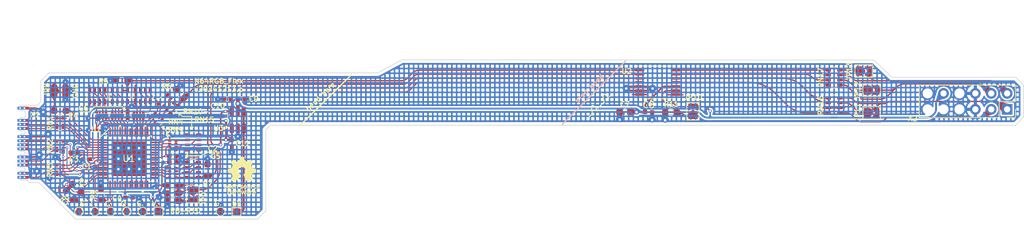
<source format=kicad_pcb>
(kicad_pcb (version 20240108) (generator "pcbnew") (generator_version "8.0")
  (title_block (title "N64RGB_Flex") (date "2024-12-13") (rev "20241213.diy") (company "borti4938") (comment 1 "Copyright 2022 - 2025 (c) Peter Bartmann"))
  (layers (0 "F.Cu" signal) (31 "B.Cu" signal) (34 "B.Paste" user) (35 "F.Paste" user) (36 "B.SilkS" user "B.Silkscreen") (37 "F.SilkS" user "F.Silkscreen") (38 "B.Mask" user) (39 "F.Mask" user) (44 "Edge.Cuts" user))
  (net 0 "")
  (net 1 "VDD")
  (net 2 "GND")
  (net 3 "VCC")
  (net 4 "TCK")
  (net 5 "TDO")
  (net 6 "TDI")
  (net 7 "TMS")
  (net 8 "/nViDeBlur_i")
  (net 9 "/Fil.byp.")
  (net 10 "nViDeBlur")
  (net 11 "/R_dac")
  (net 12 "/G_dac")
  (net 13 "/B_dac")
  (net 14 "CSYNC_o")
  (net 15 "VCCINT")
  (net 16 "/D0_i")
  (net 17 "/D1_i")
  (net 18 "/D2_i")
  (net 19 "D2")
  (net 20 "D1")
  (net 21 "D0")
  (net 22 "/D3_i")
  (net 23 "/D4_i")
  (net 24 "/D5_i")
  (net 25 "/D6_i")
  (net 26 "D6")
  (net 27 "D5")
  (net 28 "D4")
  (net 29 "D3")
  (net 30 "/nDSYNC_i")
  (net 31 "Net-(JP9-B)")
  (net 32 "/VCLK_i")
  (net 33 "Net-(JP11-A)")
  (net 34 "Net-(JP12-A)")
  (net 35 "VCLK")
  (net 36 "Net-(JP13-A)")
  (net 37 "#DSYNC")
  (net 38 "R0")
  (net 39 "R1")
  (net 40 "R2")
  (net 41 "Net-(RN10-R1.1)")
  (net 42 "R3")
  (net 43 "R4")
  (net 44 "R5")
  (net 45 "R6")
  (net 46 "G0")
  (net 47 "G1")
  (net 48 "G2")
  (net 49 "G3")
  (net 50 "G4")
  (net 51 "G5")
  (net 52 "G6")
  (net 53 "Net-(RN10-R2.1)")
  (net 54 "Net-(RN10-R2.2)")
  (net 55 "B0")
  (net 56 "B1")
  (net 57 "B2")
  (net 58 "Net-(RN10-R3.2)")
  (net 59 "Net-(RN10-R4.2)")
  (net 60 "Net-(RN11-R1.2)")
  (net 61 "B3")
  (net 62 "B4")
  (net 63 "B5")
  (net 64 "B6")
  (net 65 "Net-(RN11-R2.2)")
  (net 66 "Net-(RN12-R3.2)")
  (net 67 "/R'")
  (net 68 "/G'")
  (net 69 "/B'")
  (net 70 "/S'")
  (net 71 "/S")
  (net 72 "/B")
  (net 73 "/G")
  (net 74 "/R")
  (net 75 "Net-(RN12-R4.2)")
  (net 76 "Net-(RN13-R2.2)")
  (net 77 "/S_dac")
  (net 78 "Net-(RN13-R1.2)")
  (net 105 "Net-(RN12-R2.1)")
  (net 106 "Net-(RN12-R2.2)")
  (net 107 "Net-(RN14-R2.1)")
  (net 108 "Net-(RN14-R2.2)")
  (net 109 "Net-(RN14-R3.2)")
  (net 110 "Net-(RN14-R4.2)")
  (net 111 "Net-(RN15-R1.2)")
  (net 112 "Net-(RN15-R2.2)")
  (net 113 "Net-(RN12-R1.1)")
  (net 114 "Net-(RN14-R1.1)")
  (footprint "Resistor_SMD:R_0603_1608Metric_Pad0.98x0.95mm_HandSolder" (layer "F.Cu") (at 39.02 131.71 -45)
    (property "Reference" "R2")
    (property "Value" "10k")
  )
  (footprint "TestPoint:TestPoint_Pad_D1.0mm" (layer "F.Cu") (at 39.41 135.44)
    (property "Reference" "J6" (hide yes))
    (property "Value" "Conn_01x01_Male")
  )
  (footprint "Capacitor_SMD:C_0402_1005Metric_Pad0.74x0.62mm_HandSolder" (layer "F.Cu") (at 47.19 120.03 90)
    (property "Reference" "C6")
    (property "Value" "0.1u")
  )
  (footprint "Capacitor_SMD:C_0402_1005Metric_Pad0.74x0.62mm_HandSolder" (layer "F.Cu") (at 47.4 133.22)
    (property "Reference" "C4")
    (property "Value" "0.1u")
  )
  (footprint "Jumper:SolderJumper-2_P1.3mm_Open_TrianglePad1.0x1.5mm" (layer "F.Cu") (at 165.994594 116.044594)
    (property "Reference" "JP12")
    (property "Value" "SolderJumper_2_Open")
  )
  (footprint "Resistor_SMD:R_Array_Convex_4x0402" (layer "F.Cu") (at 42.98 120.02 90)
    (property "Reference" "RN4" (hide yes))
    (property "Value" "EXB-28V202JX")
  )
  (footprint "Jumper:SolderJumper-2_P1.3mm_Open_TrianglePad1.0x1.5mm" (layer "F.Cu") (at 165.994594 119.644594)
    (property "Reference" "JP11")
    (property "Value" "SolderJumper_2_Open")
  )
  (footprint "Resistor_SMD:R_Array_Convex_4x0603" (layer "F.Cu") (at 159.994594 118.494594)
    (property "Reference" "RN16")
    (property "Value" "YC164-FR-0775RL")
  )
  (footprint "Resistor_SMD:R_Array_Convex_4x0603" (layer "F.Cu") (at 57.6 128.78)
    (property "Reference" "RN15" (hide yes))
    (property "Value" "EXB-38V102JV")
  )
  (footprint "Connector_Wire:SolderWirePad_1x01_SMD_1x2mm" (layer "F.Cu") (at 36.62 116.19)
    (property "Reference" "J8" (hide yes))
    (property "Value" "Conn_01x01_Male")
  )
  (footprint "Connector_Wire:SolderWirePad_1x01_SMD_1x2mm" (layer "F.Cu") (at 35.47 116.19)
    (property "Reference" "J7" (hide yes))
    (property "Value" "OS202011MS2QS1")
  )
  (footprint "Capacitor_SMD:C_0402_1005Metric_Pad0.74x0.62mm_HandSolder" (layer "F.Cu") (at 38.66 126 180)
    (property "Reference" "C3")
    (property "Value" "0.1u")
  )
  (footprint "TestPoint:TestPoint_Pad_D1.0mm" (layer "F.Cu") (at 49.57 135.44)
    (property "Reference" "J2" (hide yes))
    (property "Value" "Conn_01x01_Male")
  )
  (footprint "Resistor_SMD:R_0603_1608Metric_Pad0.98x0.95mm_HandSolder" (layer "F.Cu") (at 55.59 116.61 135)
    (property "Reference" "R6")
    (property "Value" "280")
  )
  (footprint "Capacitor_SMD:C_0402_1005Metric_Pad0.74x0.62mm_HandSolder" (layer "F.Cu") (at 63.1 117.47 180)
    (property "Reference" "C10")
    (property "Value" "1u")
  )
  (footprint "Package_SO:TSSOP-14_4.4x5mm_P0.65mm" (layer "F.Cu") (at 131.826 114.808)
    (property "Reference" "U2")
    (property "Value" "ths7374" (hide yes))
  )
  (footprint "Resistor_SMD:R_0603_1608Metric_Pad0.98x0.95mm_HandSolder" (layer "F.Cu") (at 59.95 128.8 90)
    (property "Reference" "R7")
    (property "Value" "280")
  )
  (footprint "Resistor_SMD:R_0603_1608Metric_Pad0.98x0.95mm_HandSolder" (layer "F.Cu") (at 133.9342 119.5832)
    (property "Reference" "R11")
    (property "Value" "4k7" (hide yes))
  )
  (footprint "Resistor_SMD:R_Array_Convex_4x0402" (layer "F.Cu") (at 54.4 129.24)
    (property "Reference" "RN9" (hide yes))
    (property "Value" "EXB-28V202JX")
  )
  (footprint "Resistor_SMD:R_Array_Convex_4x0603" (layer "F.Cu") (at 53.71 118.34 45)
    (property "Reference" "RN13" (hide yes))
    (property "Value" "EXB-38V102JV")
  )
  (footprint "Resistor_SMD:R_Array_Convex_4x0603" (layer "F.Cu") (at 45.95 117 90)
    (property "Reference" "RN11" (hide yes))
    (property "Value" "EXB-38V102JV")
  )
  (footprint "TestPoint:TestPoint_Pad_D1.0mm" (layer "F.Cu") (at 44.49 135.44)
    (property "Reference" "J3" (hide yes))
    (property "Value" "Conn_01x01_Male")
  )
  (footprint "Capacitor_SMD:C_0402_1005Metric_Pad0.74x0.62mm_HandSolder" (layer "F.Cu") (at 54.4 127.53)
    (property "Reference" "C5")
    (property "Value" "0.1u")
  )
  (footprint "TestPoint:TestPoint_Pad_D1.0mm" (layer "F.Cu") (at 41.95 135.44)
    (property "Reference" "J5" (hide yes))
    (property "Value" "Conn_01x01_Male")
  )
  (footprint "5m80ze64:EQFP64P_A1P2-D4P5_INT" (layer "F.Cu") (at 47.3783 127.000001)
    (property "Reference" "U1")
    (property "Value" "5M80ZE64/5M160ZE64")
  )
  (footprint "Capacitor_SMD:C_0603_1608Metric_Pad1.08x0.95mm_HandSolder" (layer "F.Cu") (at 126.619 119.5578 180)
    (property "Reference" "C7")
    (property "Value" "22u" (hide yes))
  )
  (footprint "Jumper:SolderJumper-2_P1.3mm_Open_TrianglePad1.0x1.5mm" (layer "F.Cu") (at 57.59 132.68 -90)
    (property "Reference" "JP9")
    (property "Value" "SolderJumper_2_Open")
  )
  (footprint "Resistor_SMD:R_Array_Convex_4x0402" (layer "F.Cu") (at 36.375 125)
    (property "Reference" "RN2")
    (property "Value" "BLA2ABB121SN4D")
  )
  (footprint "Capacitor_SMD:C_0402_1005Metric_Pad0.74x0.62mm_HandSolder" (layer "F.Cu") (at 40.6375 127.08 180)
    (property "Reference" "C1")
    (property "Value" "0.1u")
  )
  (footprint "Resistor_SMD:R_0603_1608Metric_Pad0.98x0.95mm_HandSolder" (layer "F.Cu") (at 36.3775 119.35)
    (property "Reference" "R4")
    (property "Value" "280")
  )
  (footprint "Resistor_SMD:R_Array_Convex_4x0402" (layer "F.Cu") (at 36.375 128.8)
    (property "Reference" "RN3")
    (property "Value" "BLA2ABB121SN4D")
  )
  (footprint "Resistor_SMD:R_Array_Convex_4x0402" (layer "F.Cu") (at 51.74 120.63 45)
    (property "Reference" "RN7" (hide yes))
    (property "Value" "EXB-28V202JX")
  )
  (footprint "Capacitor_SMD:C_0402_1005Metric_Pad0.74x0.62mm_HandSolder" (layer "F.Cu") (at 130.3782 119.5578)
    (property "Reference" "C8")
    (property "Value" "0.1u")
  )
  (footprint "Resistor_SMD:R_Array_Convex_4x0603" (layer "F.Cu") (at 42.34 117.01 90)
    (property "Reference" "RN10" (hide yes))
    (property "Value" "EXB-38V102JV")
  )
  (footprint "TestPoint:TestPoint_Pad_D1.0mm" (layer "F.Cu") (at 47.03 135.44)
    (property "Reference" "J4" (hide yes))
    (property "Value" "Conn_01x01_Male")
  )
  (footprint "Jumper:SolderJumper-2_P1.3mm_Open_TrianglePad1.0x1.5mm" (layer "F.Cu") (at 164.744594 112.994594)
    (property "Reference" "JP13")
    (property "Value" "SolderJumper_2_Open")
  )
  (footprint "TestPoint:TestPoint_Pad_1.0x1.0mm" (layer "F.Cu") (at 64.57 135.44)
    (property "Reference" "J9" (hide yes))
    (property "Value" "Conn_01x01_Male")
  )
  (footprint "Resistor_SMD:R_0603_1608Metric_Pad0.98x0.95mm_HandSolder" (layer "F.Cu") (at 54.4 133.75 180)
    (property "Reference" "R10" (hide yes))
    (property "Value" "523")
  )
  (footprint "Resistor_SMD:R_Array_Convex_4x0402" (layer "F.Cu") (at 36.375 121.3)
    (property "Reference" "RN1")
    (property "Value" "BLA2ABB121SN4D")
  )
  (footprint "Resistor_SMD:R_0603_1608Metric_Pad0.98x0.95mm_HandSolder" (layer "F.Cu") (at 54.4 131.23)
    (property "Reference" "R8" (hide yes))
    (property "Value" "4k7")
  )
  (footprint "Capacitor_SMD:C_0402_1005Metric_Pad0.74x0.62mm_HandSolder" (layer "F.Cu") (at 63.82 124.56 -90)
    (property "Reference" "C11")
    (property "Value" "1u")
  )
  (footprint "Resistor_SMD:R_Array_Convex_4x0402" (layer "F.Cu") (at 54.4 124.85)
    (property "Reference" "RN8" (hide yes))
    (property "Value" "EXB-28V202JX")
  )
  (footprint "Resistor_SMD:R_0603_1608Metric_Pad0.98x0.95mm_HandSolder" (layer "F.Cu") (at 38.03 132.73 -45)
    (property "Reference" "R3")
    (property "Value" "10k")
  )
  (footprint "Resistor_SMD:R_Array_Convex_4x0402" (layer "F.Cu") (at 48.93 120.05 90)
    (property "Reference" "RN6" (hide yes))
    (property "Value" "EXB-28V202JX")
  )
  (footprint "Symbol:OSHW-Logo_5.7x6mm_SilkScreen" (layer "F.Cu") (at 65.43 129.71)
    (property "Reference" "REF**" (hide yes))
    (property "Value" "OSHW-Logo_5.7x6mm_SilkScreen" (hide yes))
  )
  (footprint "Resistor_SMD:R_0603_1608Metric_Pad0.98x0.95mm_HandSolder" (layer "F.Cu") (at 42.92 132.6725 -90)
    (property "Reference" "R1")
    (property "Value" "1k")
  )
  (footprint "SNES_MultiOut:SNES_MultiOut_RGBS_5V_GND" (layer "F.Cu") (at 187.616594 119.131394)
    (property "Reference" "X2")
    (property "Value" "multiout_pads" (hide yes))
  )
  (footprint "Resistor_SMD:R_Array_Convex_4x0603" (layer "F.Cu") (at 49.6 116.98 90)
    (property "Reference" "RN12" (hide yes))
    (property "Value" "EXB-38V102JV")
  )
  (footprint "Resistor_SMD:R_Array_Convex_4x0603" (layer "F.Cu") (at 57.65 124.39)
    (property "Reference" "RN14" (hide yes))
    (property "Value" "EXB-38V102JV")
  )
  (footprint "TestPoint:TestPoint_Pad_1.0x1.0mm" (layer "F.Cu") (at 52.11 135.44)
    (property "Reference" "J1" (hide yes))
    (property "Value" "Conn_01x01_Male")
  )
  (footprint "Resistor_SMD:R_0603_1608Metric_Pad0.98x0.95mm_HandSolder" (layer "F.Cu") (at 54.4025 132.52 180)
    (property "Reference" "R9" (hide yes))
    (property "Value" "6k19")
  )
  (footprint "Jumper:SolderJumper-2_P1.3mm_Open_TrianglePad1.0x1.5mm" (layer "F.Cu") (at 137.4648 119.4308 90)
    (property "Reference" "JP10")
    (property "Value" "SolderJumper_2_Open" (hide yes))
  )
  (footprint "Resistor_SMD:R_Array_Convex_4x0402" (layer "F.Cu") (at 45.5 120.02 90)
    (property "Reference" "RN5" (hide yes))
    (property "Value" "EXB-28V202JX")
  )
  (footprint "TestPoint:TestPoint_Pad_D1.0mm" (layer "F.Cu") (at 62.03 135.44)
    (property "Reference" "J10" (hide yes))
    (property "Value" "Conn_01x01_Male")
  )
  (footprint "Resistor_SMD:R_Array_Convex_4x0603" (layer "F.Cu") (at 159.994594 114.044594)
    (property "Reference" "RN17")
    (property "Value" "YC164-FR-0775RL")
  )
  (footprint "Resistor_SMD:R_0603_1608Metric_Pad0.98x0.95mm_HandSolder" (layer "F.Cu") (at 46.24 114.54 180)
    (property "Reference" "R5")
    (property "Value" "280")
  )
  (footprint "Capacitor_SMD:C_0402_1005Metric_Pad0.74x0.62mm_HandSolder" (layer "F.Cu") (at 54.4 126.58)
    (property "Reference" "C2")
    (property "Value" "0.1u")
  )
  (footprint "Package_TO_SOT_SMD:SOT-23-6_Handsoldering" (layer "F.Cu") (at 64.7725 120.79 90)
    (property "Reference" "U3")
    (property "Value" "AP7312-1833W6-7")
  )
  (footprint "Capacitor_SMD:C_0402_1005Metric_Pad0.74x0.62mm_HandSolder" (layer "F.Cu") (at 65.37 117.47)
    (property "Reference" "C9")
    (property "Value" "1u")
  )
  (footprint "N64_RCP:Connector_RCP_Video_Interface_no_3V3" (layer "F.Cu") (at 30.03 129.9725)
    (property "Reference" "X1")
    (property "Value" "n64_rcp_vid_out_no_3v3_con")
  )
  (gr_poly (pts (xy 167.044594 119.094594) (xy 166.444594 119.094594) (xy 166.444594 118.944594) (xy 166.844594 118.694594)) (stroke (width 0.2)) (fill solid) (layer "F.Cu") (net 74))
  (gr_poly (pts (xy 164.994594 120.144594) (xy 164.494594 119.644594) (xy 164.994594 119.244594)) (stroke (width 0.2)) (fill solid) (layer "F.Cu") (net 33))
  (gr_line (start 127.782 116.7638) (end 130.282 116.7638) (stroke (width 0.2)) (layer "F.Cu") (net 89))
  (gr_poly (pts (xy 167.744594 116.044594) (xy 167.044594 116.544594) (xy 167.044594 115.544594)) (stroke (width 0.2)) (fill solid) (layer "F.Cu") (net 72))
  (gr_line (start 56.65 133.75) (end 56.96 133.47) (stroke (width 0.152)) (layer "F.Cu") (net 31))
  (gr_poly (pts (xy 137 120.54) (xy 136.54 120.14) (xy 137 119.71)) (stroke (width 0.2)) (fill solid) (layer "F.Cu") (net 9))
  (gr_poly (pts (xy 138.5 118.72) (xy 138.04 119.04) (xy 138.04 118.37)) (stroke (width 0.2)) (fill solid) (layer "F.Cu") (net 3))
  (gr_poly (pts (xy 163.744594 113.544594) (xy 163.094594 112.844594) (xy 163.744594 112.444594)) (stroke (width 0.2)) (fill solid) (layer "F.Cu") (net 36))
  (gr_poly (pts (xy 164.994594 116.494594) (xy 164.544594 116.044594) (xy 164.994594 115.544594)) (stroke (width 0.2)) (fill solid) (layer "F.Cu") (net 34))
  (gr_line (start 133.37 116.7892) (end 135.87 116.7892) (stroke (width 0.2)) (layer "F.Cu") (net 90))
  (gr_line (start 158.244594 118.894594) (end 161.694594 118.894594) (stroke (width 0.2)) (layer "F.Cu"))
  (gr_poly (pts (xy 165.694594 113.994594) (xy 165.144594 113.644594) (xy 165.144594 113.494594) (xy 165.844594 113.494594)) (stroke (width 0.2)) (fill solid) (layer "F.Cu") (net 73))
  (gr_line (start 116.6 121.5) (end 126.7 111.4) (stroke (width 0.2)) (layer "B.SilkS"))
  (gr_line (start 52.77 122.17) (end 52.8 121.84) (stroke (width 0.15)) (layer "F.SilkS"))
  (gr_line (start 57.41 122.25) (end 57.65 121.93) (stroke (width 0.15)) (layer "F.SilkS"))
  (gr_line (start 56.44 126.53) (end 56.76 126.28) (stroke (width 0.15)) (layer "F.SilkS"))
  (gr_line (start 41.1 119.53) (end 39.83 119.53) (stroke (width 0.15)) (layer "F.SilkS"))
  (gr_line (start 52.8 121.84) (end 52.77 122.17) (stroke (width 0.15)) (layer "F.SilkS"))
  (gr_line (start 57.41 120.24) (end 57.41 122.25) (stroke (width 0.15)) (layer "F.SilkS"))
  (gr_line (start 44.16 122.24) (end 42.62 123.76) (stroke (width 0.15)) (layer "F.SilkS"))
  (gr_line (start 41.85 118.68) (end 41.1 119.53) (stroke (width 0.15)) (layer "F.SilkS"))
  (gr_line (start 56.44 126.53) (end 56.73 126.81) (stroke (width 0.15)) (layer "F.SilkS"))
  (gr_line (start 55.39 119.78) (end 55.86 119.78) (stroke (width 0.15)) (layer "F.SilkS"))
  (gr_line (start 46.72 118.68) (end 46.72 119.04) (stroke (width 0.15)) (layer "F.SilkS"))
  (gr_line (start 74.8 121.6) (end 83.1 113.4) (stroke (width 0.2)) (layer "F.SilkS"))
  (gr_line (start 53.41 122.65) (end 53.58 122.99) (stroke (width 0.15)) (layer "F.SilkS"))
  (gr_line (start 53.81 123.18) (end 53.58 123.48) (stroke (width 0.15)) (layer "F.SilkS"))
  (gr_line (start 53.58 123.48) (end 53.81 123.18) (stroke (width 0.15)) (layer "F.SilkS"))
  (gr_line (start 57.17 121.96) (end 57.41 122.25) (stroke (width 0.15)) (layer "F.SilkS"))
  (gr_line (start 56.76 126.28) (end 56.44 126.53) (stroke (width 0.15)) (layer "F.SilkS"))
  (gr_line (start 52.8 121.84) (end 53.08 121.86) (stroke (width 0.15)) (layer "F.SilkS"))
  (gr_line (start 60.07 125.95) (end 58.86 126.53) (stroke (width 0.15)) (layer "F.SilkS"))
  (gr_line (start 39.83 119.53) (end 39.53 119.53) (stroke (width 0.15)) (layer "F.SilkS"))
  (gr_line (start 41.85 118.68) (end 46.33 118.68) (stroke (width 0.15)) (layer "F.SilkS"))
  (gr_line (start 46.33 118.68) (end 46.72 119.04) (stroke (width 0.15)) (layer "F.SilkS"))
  (gr_line (start 58.86 126.53) (end 56.44 126.53) (stroke (width 0.15)) (layer "F.SilkS"))
  (gr_line (start 55.39 119.78) (end 55.91 120.24) (stroke (width 0.15)) (layer "F.SilkS"))
  (gr_line (start 61.87 125.95) (end 60.07 125.95) (stroke (width 0.15)) (layer "F.SilkS"))
  (gr_line (start 53.09 122.18) (end 53.41 122.65) (stroke (width 0.15)) (layer "F.SilkS"))
  (gr_line (start 55.91 120.24) (end 57.41 120.24) (stroke (width 0.15)) (layer "F.SilkS"))
  (gr_line (start 53.58 122.99) (end 53.58 123.48) (stroke (width 0.15)) (layer "F.SilkS"))
  (gr_line (start 52.8 121.84) (end 53.09 122.18) (stroke (width 0.15)) (layer "F.SilkS"))
  (gr_line (start 46.37 119.04) (end 46.72 119.04) (stroke (width 0.15)) (layer "F.SilkS"))
  (gr_line (start 53.34 123.18) (end 53.58 123.48) (stroke (width 0.15)) (layer "F.SilkS"))
  (gr_line (start 55.39 119.78) (end 55.39 120.16) (stroke (width 0.15)) (layer "F.SilkS"))
  (gr_line (start 69.24 122.37) (end 70.02 121.657194) (stroke (width 0.1)) (layer "Edge.Cuts"))
  (gr_line (start 29.98 122.4802) (end 29.98 120.5992) (stroke (width 0.1)) (layer "Edge.Cuts"))
  (gr_line (start 91 111.2) (end 166.344594 111.244594) (stroke (width 0.1)) (layer "Edge.Cuts"))
  (gr_line (start 29.99 118.6688) (end 30.1752 118.4656) (stroke (width 0.1)) (layer "Edge.Cuts"))
  (gr_line (start 30.1702 125.8396) (end 29.98 125.7) (stroke (width 0.1)) (layer "Edge.Cuts"))
  (gr_line (start 29.99 119.2104) (end 29.99 118.6688) (stroke (width 0.1)) (layer "Edge.Cuts"))
  (gr_line (start 33.32 114.575) (end 33.32 117.91) (stroke (width 0.1)) (layer "Edge.Cuts"))
  (gr_line (start 30.6782 125.8396) (end 30.1702 125.8396) (stroke (width 0.1)) (layer "Edge.Cuts"))
  (gr_line (start 38.87 136.65) (end 33.02 130.81) (stroke (width 0.1)) (layer "Edge.Cuts"))
  (gr_line (start 69.24 135.35) (end 69.24 122.37) (stroke (width 0.1)) (layer "Edge.Cuts"))
  (gr_line (start 31.75 130.81) (end 33.02 130.81) (stroke (width 0.1)) (layer "Edge.Cuts"))
  (gr_line (start 30.7848 130.4036) (end 31.0896 130.4036) (stroke (width 0.1)) (layer "Edge.Cuts"))
  (gr_line (start 30.8306 122.7722) (end 30.6782 122.6198) (stroke (width 0.1)) (layer "Edge.Cuts"))
  (gr_line (start 30.6832 119.35) (end 30.1752 119.35) (stroke (width 0.1)) (layer "Edge.Cuts"))
  (gr_line (start 30.8356 119.5024) (end 30.8356 120.2944) (stroke (width 0.1)) (layer "Edge.Cuts"))
  (gr_line (start 30.8356 119.5024) (end 30.6832 119.35) (stroke (width 0.1)) (layer "Edge.Cuts"))
  (gr_line (start 29.98 125.7) (end 29.98 123.1762) (stroke (width 0.1)) (layer "Edge.Cuts"))
  (gr_line (start 30.8306 125.992) (end 30.6782 125.8396) (stroke (width 0.1)) (layer "Edge.Cuts"))
  (gr_line (start 190.264594 115.256394) (end 188.994594 113.986394) (stroke (width 0.1)) (layer "Edge.Cuts"))
  (gr_line (start 169.246044 113.986394) (end 166.343144 111.244594) (stroke (width 0.1)) (layer "Edge.Cuts"))
  (gr_line (start 30.7848 118.4656) (end 32.76 118.4656) (stroke (width 0.1)) (layer "Edge.Cuts"))
  (gr_line (start 30.1702 128.4396) (end 29.98 128.3) (stroke (width 0.1)) (layer "Edge.Cuts"))
  (gr_line (start 67.91 136.65) (end 38.87 136.65) (stroke (width 0.1)) (layer "Edge.Cuts"))
  (gr_line (start 30.6832 123.0238) (end 30.8356 122.8714) (stroke (width 0.1)) (layer "Edge.Cuts"))
  (gr_line (start 29.98 120.5992) (end 30.1752 120.4468) (stroke (width 0.1)) (layer "Edge.Cuts"))
  (gr_line (start 32.76 118.4656) (end 33.32 117.91) (stroke (width 0.1)) (layer "Edge.Cuts"))
  (gr_line (start 190.264594 120.336394) (end 188.994594 121.657194) (stroke (width 0.1)) (layer "Edge.Cuts"))
  (gr_line (start 30.6832 126.2976) (end 30.8356 126.1452) (stroke (width 0.1)) (layer "Edge.Cuts"))
  (gr_line (start 31.496 130.81) (end 31.75 130.81) (stroke (width 0.1)) (layer "Edge.Cuts"))
  (gr_line (start 29.98 130.2512) (end 30.1752 130.4036) (stroke (width 0.1)) (layer "Edge.Cuts"))
  (gr_line (start 31.0896 130.4036) (end 31.496 130.81) (stroke (width 0.1)) (layer "Edge.Cuts"))
  (gr_line (start 30.6782 128.4396) (end 30.1702 128.4396) (stroke (width 0.1)) (layer "Edge.Cuts"))
  (gr_line (start 30.8306 125.992) (end 30.8356 126.1452) (stroke (width 0.1)) (layer "Edge.Cuts"))
  (gr_line (start 29.98 129.05) (end 30.1752 128.8976) (stroke (width 0.1)) (layer "Edge.Cuts"))
  (gr_line (start 29.98 126.45) (end 30.1752 126.2976) (stroke (width 0.1)) (layer "Edge.Cuts"))
  (gr_line (start 190.264594 120.336394) (end 190.264594 115.256394) (stroke (width 0.1)) (layer "Edge.Cuts"))
  (gr_line (start 29.98 123.1762) (end 30.1752 123.0238) (stroke (width 0.1)) (layer "Edge.Cuts"))
  (gr_line (start 30.1752 120.4468) (end 30.6832 120.4468) (stroke (width 0.1)) (layer "Edge.Cuts"))
  (gr_line (start 30.6832 128.8976) (end 30.8356 128.7452) (stroke (width 0.1)) (layer "Edge.Cuts"))
  (gr_line (start 30.6832 123.0238) (end 30.1752 123.0238) (stroke (width 0.1)) (layer "Edge.Cuts"))
  (gr_line (start 34.61 113.29) (end 33.32 114.575) (stroke (width 0.1)) (layer "Edge.Cuts"))
  (gr_line (start 34.61 113.29) (end 87.122 113.283584) (stroke (width 0.1)) (layer "Edge.Cuts"))
  (gr_line (start 87.122 113.284) (end 91 111.2) (stroke (width 0.1)) (layer "Edge.Cuts"))
  (gr_line (start 30.1752 118.4656) (end 30.7848 118.4656) (stroke (width 0.1)) (layer "Edge.Cuts"))
  (gr_line (start 30.8306 128.592) (end 30.6782 128.4396) (stroke (width 0.1)) (layer "Edge.Cuts"))
  (gr_line (start 30.6832 120.4468) (end 30.8356 120.2944) (stroke (width 0.1)) (layer "Edge.Cuts"))
  (gr_line (start 67.91 136.65) (end 69.24 135.35) (stroke (width 0.1)) (layer "Edge.Cuts"))
  (gr_line (start 188.994594 113.986394) (end 169.246044 113.986394) (stroke (width 0.1)) (layer "Edge.Cuts"))
  (gr_line (start 30.1752 119.35) (end 29.99 119.2104) (stroke (width 0.1)) (layer "Edge.Cuts"))
  (gr_line (start 29.98 128.3) (end 29.98 126.45) (stroke (width 0.1)) (layer "Edge.Cuts"))
  (gr_line (start 30.1752 130.4036) (end 30.7848 130.4036) (stroke (width 0.1)) (layer "Edge.Cuts"))
  (gr_line (start 30.6832 128.8976) (end 30.1752 128.8976) (stroke (width 0.1)) (layer "Edge.Cuts"))
  (gr_line (start 30.8306 128.592) (end 30.8356 128.7452) (stroke (width 0.1)) (layer "Edge.Cuts"))
  (gr_line (start 30.6782 122.6198) (end 30.1702 122.6198) (stroke (width 0.1)) (layer "Edge.Cuts"))
  (gr_line (start 30.1702 122.6198) (end 29.98 122.4802) (stroke (width 0.1)) (layer "Edge.Cuts"))
  (gr_line (start 29.98 130.2512) (end 29.98 129.05) (stroke (width 0.1)) (layer "Edge.Cuts"))
  (gr_line (start 30.8306 122.7722) (end 30.8356 122.8714) (stroke (width 0.1)) (layer "Edge.Cuts"))
  (gr_line (start 70.02 121.657194) (end 188.994594 121.657194) (stroke (width 0.1)) (layer "Edge.Cuts"))
  (gr_line (start 30.6832 126.2976) (end 30.1752 126.2976) (stroke (width 0.1)) (layer "Edge.Cuts"))
  (gr_text "bend here" (at 120.9 115.8 45) (layer "B.SilkS") (effects (font (size 0.8 0.8)) (justify mirror)))
  (gr_text "GND" (at 39.32 117.51 90) (layer "F.SilkS") (effects (font (size 0.8 0.8) (thickness 0.15) (bold yes)) (justify left bottom)))
  (gr_text "S" (at 39.52 134.64 0) (layer "F.SilkS") (effects (font (size 0.8 0.8) (thickness 0.15) (bold yes)) (justify left bottom)))
  (gr_text "O" (at 45.99 134.66 0) (layer "F.SilkS") (effects (font (size 0.8 0.8) (thickness 0.15) (bold yes)) (justify left bottom)))
  (gr_text "5V" (at 63.77 134.58 0) (layer "F.SilkS") (effects (font (size 0.8 0.8) (thickness 0.15) (bold yes)) (justify left bottom)))
  (gr_text "R8-R10" (at 53.88 135.77 0) (layer "F.SilkS") (effects (font (size 0.8 0.8) (thickness 0.15) (bold yes)) (justify left bottom)))
  (gr_text "G" (at 60.96 134.58 0) (layer "F.SilkS") (effects (font (size 0.8 0.8) (thickness 0.15) (bold yes)) (justify left bottom)))
  (gr_text "V" (at 50.97 134.62 0) (layer "F.SilkS") (effects (font (size 0.8 0.8) (thickness 0.15) (bold yes)) (justify left bottom)))
  (gr_text "I" (at 41.17 134.64 0) (layer "F.SilkS") (effects (font (size 0.8 0.8) (thickness 0.15) (bold yes)) (justify left bottom)))
  (gr_text "JDB" (at 34.69 117.19 90) (layer "F.SilkS") (effects (font (size 0.8 0.8) (thickness 0.15) (bold yes)) (justify left bottom)))
  (gr_text "N64RGB_Flex\nv20241213.p" (at 57.74 116.35 0) (layer "F.SilkS") (effects (font (size 0.8 0.8) (thickness 0.15) (bold yes)) (justify left bottom)))
  (gr_text "C" (at 43.44 134.67 0) (layer "F.SilkS") (effects (font (size 0.8 0.8) (thickness 0.15) (bold yes)) (justify left bottom)))
  (gr_text "bend here" (at 78 117.1 45) (layer "F.SilkS") (effects (font (size 0.8 0.8))))
  (gr_text "RN10-\n   RN15" (at 55.93 121.23 0) (layer "F.SilkS") (effects (font (size 0.8 0.8) (thickness 0.15) (bold yes)) (justify left bottom)))
  (gr_text "G" (at 48.52 134.65 0) (layer "F.SilkS") (effects (font (size 0.8 0.8) (thickness 0.15) (bold yes)) (justify left bottom)))
  (gr_text "RN4-\nRN9" (at 53.58 122.85 0) (layer "F.SilkS") (effects (font (size 0.8 0.8) (thickness 0.15) (bold yes)) (justify left bottom)))
  (gr_text "__/)__/)_" (at 122.2 118.4 45) (layer "F.SilkS") (effects (font (size 0.8 0.8))))
  (segment (start 37.774644 130.695355) (end 37.38 131.09) (width 0.1524) (layer "F.Cu") (net 1))
  (segment (start 63.15 123.9925) (end 62.896035 123.9925) (width 0.25) (layer "F.Cu") (net 1))
  (segment (start 52.11 135.44) (end 53 135.44) (width 0.25) (layer "F.Cu") (net 1))
  (segment (start 51.395822 133.715822) (end 51.937654 134.257668) (width 0.25) (layer "F.Cu") (net 1))
  (segment (start 53.7625 127.6) (end 53.8325 127.53) (width 0.1524) (layer "F.Cu") (net 1))
  (segment (start 37.384765 132.084765) (end 37.046569 131.746569) (width 0.1524) (layer "F.Cu") (net 1))
  (segment (start 51.38 133.7) (end 51.395822 133.715822) (width 0.25) (layer "F.Cu") (net 1))
  (segment (start 63.35 123.9925) (end 63.15 123.9925) (width 0.25) (layer "F.Cu") (net 1))
  (segment (start 51.5566 127.6) (end 53.33 127.6) (width 0.1524) (layer "F.Cu") (net 1))
  (segment (start 63.35 123.9925) (end 63.325195 123.9925) (width 0.25) (layer "F.Cu") (net 1))
  (segment (start 53.33 127.6) (end 53.7625 127.6) (width 0.1524) (layer "F.Cu") (net 1))
  (segment (start 46.778301 131.178301) (end 46.778301 133.089153) (width 0.1524) (layer "F.Cu") (net 1))
  (segment (start 51.22 133.05) (end 51.22 133.313726) (width 0.25) (layer "F.Cu") (net 1))
  (segment (start 62.89 120.94) (end 62.89 123.54) (width 0.25) (layer "F.Cu") (net 1))
  (segment (start 63.8225 122.14) (end 63.8225 123.986465) (width 0.25) (layer "F.Cu") (net 1))
  (segment (start 37.384765 132.084765) (end 38.353551 131.115979) (width 0.1524) (layer "F.Cu") (net 1))
  (segment (start 37.081924 131.388076) (end 37.38 131.09) (width 0.1524) (layer "F.Cu") (net 1))
  (segment (start 63.8225 123.986465) (end 63.82 123.9925) (width 0.25) (layer "F.Cu") (net 1))
  (segment (start 47.1783 122.821701) (end 47.1783 120.625746) (width 0.1524) (layer "F.Cu") (net 1))
  (segment (start 63.026118 123.868618) (end 63.15 123.9925) (width 0.25) (layer "F.Cu") (net 1))
  (segment (start 51.23 135.44) (end 52.11 135.44) (width 0.25) (layer "F.Cu") (net 1))
  (segment (start 62.89 123.54) (end 62.89 123.99) (width 0.25) (layer "F.Cu") (net 1))
  (segment (start 39.19 125.16) (end 39.19 125.909467) (width 0.25) (layer "F.Cu") (net 1))
  (segment (start 63.82 123.9925) (end 63.35 123.9925) (width 0.25) (layer "F.Cu") (net 1))
  (segment (start 43.2 126) (end 39.2275 126) (width 0.1524) (layer "F.Cu") (net 1))
  (segment (start 38.374765 131.064765) (end 38.047782 130.737782) (width 0.1524) (layer "F.Cu") (net 1))
  (segment (start 52.11 135.44) (end 52.11 134.673755) (width 0.25) (layer "F.Cu") (net 1))
  (segment (start 62.896035 123.9925) (end 62.89 123.99) (width 0.25) (layer "F.Cu") (net 1))
  (via (at 39.19 125.16) (size 0.4) (drill 0.2) (layers "F.Cu" "B.Cu") (net 1))
  (via (at 62.89 123.99) (size 0.5) (drill 0.3) (layers "F.Cu" "B.Cu") (net 1))
  (via (at 51.22 133.05) (size 0.4) (drill 0.2) (layers "F.Cu" "B.Cu") (net 1))
  (via (at 37.38 131.09) (size 0.4) (drill 0.2) (layers "F.Cu" "B.Cu") (net 1))
  (via (at 47.19 120.94) (size 0.4) (drill 0.2) (layers "F.Cu" "B.Cu") (net 1))
  (via (at 46.7662 132.805905) (size 0.4) (drill 0.2) (layers "F.Cu" "B.Cu") (net 1))
  (via (at 53.33 127.6) (size 0.4) (drill 0.2) (layers "F.Cu" "B.Cu") (net 1))
  (via (at 62.89 120.94) (size 0.5) (drill 0.3) (layers "F.Cu" "B.Cu") (net 1))
  (arc (start 46.778301 133.089153) (mid 46.792387 133.159967) (end 46.8325 133.22) (width 0.1524) (layer "F.Cu") (net 1))
  (arc (start 51.22 133.313726) (mid 51.261583 133.522776) (end 51.38 133.7) (width 0.25) (layer "F.Cu") (net 1))
  (arc (start 62.89 123.54) (mid 62.925376 123.717847) (end 63.026118 123.868618) (width 0.25) (layer "F.Cu") (net 1))
  (arc (start 37.86 130.66) (mid 37.813806 130.669189) (end 37.774644 130.695355) (width 0.1524) (layer "F.Cu") (net 1))
  (arc (start 38.353551 131.115979) (mid 38.369252 131.092482) (end 38.374765 131.064765) (width 0.1524) (layer "F.Cu") (net 1))
  (arc (start 63.325195 123.9925) (mid 63.163336 123.960304) (end 63.026118 123.868618) (width 0.25) (layer "F.Cu") (net 1))
  (arc (start 51.937654 134.257668) (mid 52.065209 134.448571) (end 52.11 134.673755) (width 0.25) (layer "F.Cu") (net 1))
  (arc (start 37.046569 131.746569) (mid 37.004702 131.683911) (end 36.99 131.61) (width 0.1524) (layer "F.Cu") (net 1))
  (arc (start 39.19 125.909467) (mid 39.199746 125.958463) (end 39.2275 126) (width 0.25) (layer "F.Cu") (net 1))
  (arc (start 36.99 131.61) (mid 37.01389 131.489896) (end 37.081924 131.388076) (width 0.1524) (layer "F.Cu") (net 1))
  (arc (start 38.047782 130.737782) (mid 37.961627 130.680215) (end 37.86 130.66) (width 0.1524) (layer "F.Cu") (net 1))
  (segment (start 51.404019 132.41598) (end 51.32 132.5) (width 0.25) (layer "B.Cu") (net 1))
  (segment (start 42.93 121.15) (end 42.706274 121.373726) (width 0.25) (layer "B.Cu") (net 1))
  (segment (start 46.3462 132.2962) (end 38.834895 132.2962) (width 0.1524) (layer "B.Cu") (net 1))
  (segment (start 47.19 120.94) (end 43.436984 120.94) (width 0.25) (layer "B.Cu") (net 1))
  (segment (start 51.199256 132.376944) (end 51.28 132.2962) (width 0.25) (layer "B.Cu") (net 1))
  (segment (start 42.19 127.58) (end 42.338578 127.431422) (width 0.25) (layer "B.Cu") (net 1))
  (segment (start 51.28 132.2962) (end 51.693195 132.2962) (width 0.25) (layer "B.Cu") (net 1))
  (segment (start 40.93 127.5) (end 41.015649 127.585649) (width 0.25) (layer "B.Cu") (net 1))
  (segment (start 53.33 127.6) (end 52.66 127.6) (width 0.25) (layer "B.Cu") (net 1))
  (segment (start 40.77 125.717989) (end 40.77 127.113726) (width 0.25) (layer "B.Cu") (net 1))
  (segment (start 52.85201 127.40201) (end 52.773137 127.323137) (width 0.25) (layer "B.Cu") (net 1))
  (segment (start 47.19 120.94) (end 62.89 120.94) (width 0.25) (layer "B.Cu") (net 1))
  (segment (start 52.66 128.16) (end 52.66 131.3) (width 0.25) (layer "B.Cu") (net 1))
  (segment (start 51.134142 132.534143) (end 51.08 132.48) (width 0.25) (layer "B.Cu") (net 1))
  (segment (start 52.91 127.76) (end 52.766066 127.903934) (width 0.25) (layer "B.Cu") (net 1))
  (segment (start 52.66 127.05) (end 52.66 127.6) (width 0.25) (layer "B.Cu") (net 1))
  (segment (start 41.34 127.72) (end 41.852011 127.72) (width 0.25) (layer "B.Cu") (net 1))
  (segment (start 52.66 127.6) (end 52.66 128.16) (width 0.25) (layer "B.Cu") (net 1))
  (segment (start 37.38 131.09) (end 38.410346 132.120346) (width 0.1524) (layer "B.Cu") (net 1))
  (segment (start 47.089337 132.2962) (end 50.74 132.2962) (width 0.25) (layer "B.Cu") (net 1))
  (segment (start 39.19 125.16) (end 40.098874 125.16) (width 0.25) (layer "B.Cu") (net 1))
  (segment (start 52.66 124.900121) (end 52.66 127.05) (width 0.25) (layer "B.Cu") (net 1))
  (segment (start 52.36 132.02) (end 52.363015 132.016985) (width 0.25) (layer "B.Cu") (net 1))
  (segment (start 51.22 132.741421) (end 51.22 133.05) (width 0.25) (layer "B.Cu") (net 1))
  (segment (start 47.089337 132.2962) (end 46.7262 132.2962) (width 0.1524) (layer "B.Cu") (net 1))
  (segment (start 62.89 123.99) (end 53.456984 123.99) (width 0.25) (layer "B.Cu") (net 1))
  (segment (start 50.74 132.2962) (end 51.28 132.2962) (width 0.25) (layer "B.Cu") (net 1))
  (segment (start 46.7262 132.2962) (end 46.3462 132.2962) (width 0.1524) (layer "B.Cu") (net 1))
  (segment (start 53.33 127.6) (end 53.296274 127.6) (width 0.25) (layer "B.Cu") (net 1))
  (segment (start 46.7262 132.2962) (end 46.7262 132.341758) (width 0.1524) (layer "B.Cu") (net 1))
  (segment (start 42.48 127.09) (end 42.48 121.92) (width 0.25) (layer "B.Cu") (net 1))
  (segment (start 51.08 132.48) (end 51.00665 132.40665) (width 0.25) (layer "B.Cu") (net 1))
  (arc (start 46.348868 132.2962) (mid 46.508574 132.327968) (end 46.643966 132.418434) (width 0.1524) (layer "B.Cu") (net 1))
  (arc (start 40.77 127.113726) (mid 40.811583 127.322776) (end 40.93 127.5) (width 0.25) (layer "B.Cu") (net 1))
  (arc (start 53.456984 123.99) (mid 53.182606 124.044577) (end 52.95 124.2) (width 0.25) (layer "B.Cu") (net 1))
  (arc (start 51.693195 132.2962) (mid 52.054067 132.224418) (end 52.36 132.02) (width 0.25) (layer "B.Cu") (net 1))
  (arc (start 47.089337 132.2962) (mid 46.984812 132.316991) (end 46.8962 132.3762) (width 0.25) (layer "B.Cu") (net 1))
  (arc (start 51.693195 132.2962) (mid 51.536694 132.32733) (end 51.404019 132.41598) (width 0.25) (layer "B.Cu") (net 1))
  (arc (start 42.706274 121.373726) (mid 42.538807 121.624359) (end 42.48 121.92) (width 0.25) (layer "B.Cu") (net 1))
  (arc (start 41.852011 127.72) (mid 42.034929 127.683615) (end 42.19 127.58) (width 0.25) (layer "B.Cu") (net 1))
  (arc (start 40.63 125.38) (mid 40.733615 125.535071) (end 40.77 125.717989) (width 0.25) (layer "B.Cu") (net 1))
  (arc (start 43.436984 120.94) (mid 43.162606 120.994577) (end 42.93 121.15) (width 0.25) (layer "B.Cu") (net 1))
  (arc (start 42.338578 127.431422) (mid 42.443246 127.274776) (end 42.48 127.09) (width 0.25) (layer "B.Cu") (net 1))
  (arc (start 51.00665 132.40665) (mid 50.88431 132.324905) (end 50.74 132.2962) (width 0.25) (layer "B.Cu") (net 1))
  (arc (start 41.015649 127.585649) (mid 41.164463 127.685083) (end 41.34 127.72) (width 0.25) (layer "B.Cu") (net 1))
  (arc (start 46.7262 132.341758) (mid 46.745394 132.43825) (end 46.800052 132.520052) (width 0.1524) (layer "B.Cu") (net 1))
  (arc (start 52.773137 127.323137) (mid 52.689403 127.197821) (end 52.66 127.05) (width 0.25) (layer "B.Cu") (net 1))
  (arc (start 51.22 132.741421) (mid 51.197686 132.629243) (end 51.134142 132.534143) (width 0.25) (layer "B.Cu") (net 1))
  (arc (start 53.296274 127.6) (mid 53.087224 127.641583) (end 52.91 127.76) (width 0.25) (layer "B.Cu") (net 1))
  (arc (start 38.834895 132.2962) (mid 38.605131 132.250497) (end 38.410346 132.120346) (width 0.1524) (layer "B.Cu") (net 1))
  (arc (start 46.8962 132.3762) (mid 46.799986 132.520194) (end 46.7662 132.690047) (width 0.25) (layer "B.Cu") (net 1))
  (arc (start 40.098874 125.16) (mid 40.386317 125.217176) (end 40.63 125.38) (width 0.25) (layer "B.Cu") (net 1))
  (arc (start 51.134142 132.534143) (mid 51.151065 132.449067) (end 51.199256 132.376944) (width 0.25) (layer "B.Cu") (net 1))
  (arc (start 51.32 132.5) (mid 51.245989 132.610765) (end 51.22 132.741421) (width 0.25) (layer "B.Cu") (net 1))
  (arc (start 52.766066 127.903934) (mid 52.687566 128.021418) (end 52.66 128.16) (width 0.25) (layer "B.Cu") (net 1))
  (arc (start 52.363015 132.016985) (mid 52.582816 131.688029) (end 52.66 131.3) (width 0.25) (layer "B.Cu") (net 1))
  (arc (start 52.95 124.2) (mid 52.735369 124.521218) (end 52.66 124.900121) (width 0.25) (layer "B.Cu") (net 1))
  (arc (start 53.33 127.6) (mid 53.071314 127.548544) (end 52.85201 127.40201) (width 0.25) (layer "B.Cu") (net 1))
  (arc (start 46.568419 132.328419) (mid 46.714798 132.547492) (end 46.7662 132.805905) (width 0.1524) (layer "B.Cu") (net 1))
  (segment (start 38.445771 128.274228) (end 38.47 128.25) (width 0.1524) (layer "F.Cu") (net 2))
  (segment (start 37.46 127.05) (end 37.435061 127.074939) (width 0.2) (layer "F.Cu") (net 2))
  (segment (start 34.292807 120.132807) (end 33.7 119.54) (width 0.1524) (layer "F.Cu") (net 2))
  (segment (start 53.49 132.52) (end 52.749705 132.52) (width 0.2) (layer "F.Cu") (net 2))
  (segment (start 49.58 133.985426) (end 49.58 134.4) (width 0.2) (layer "F.Cu") (net 2))
  (segment (start 30.705 126.7225) (end 32.223132 126.7225) (width 0.25) (layer "F.Cu") (net 2))
  (segment (start 128.9635 115.458) (end 127.611518 115.458) (width 0.25) (layer "F.Cu") (net 2))
  (segment (start 36.875 120.55) (end 37.44 120.55) (width 0.1524) (layer "F.Cu") (net 2))
  (segment (start 47.9675 133.22) (end 48.8013 133.22) (width 0.2) (layer "F.Cu") (net 2))
  (segment (start 42.79 122.46) (end 43.54 122.46) (width 0.2) (layer "F.Cu") (net 2))
  (segment (start 42.692132 122.46) (end 42.79 122.46) (width 0.2) (layer "F.Cu") (net 2))
  (segment (start 55.64 127.44) (end 55.89 127.19) (width 0.2) (layer "F.Cu") (net 2))
  (segment (start 48.18 120.549999) (end 48.18 121.465858) (width 0.2) (layer "F.Cu") (net 2))
  (segment (start 36.875 120.55) (end 35.875 120.55) (width 0.1524) (layer "F.Cu") (net 2))
  (segment (start 62.03 135.44) (end 62.7738 135.44) (width 0.2) (layer "F.Cu") (net 2))
  (segment (start 49.26 133.41) (end 49.399387 133.549387) (width 0.2) (layer "F.Cu") (net 2))
  (segment (start 45.3275 114.54) (end 44.44 114.54) (width 0.2) (layer "F.Cu") (net 2))
  (segment (start 65.9375 117.47) (end 66.9 117.47) (width 0.2) (layer "F.Cu") (net 2))
  (segment (start 42.23 120.52) (end 42.23 121.08) (width 0.2) (layer "F.Cu") (net 2))
  (segment (start 42.160502 122.292217) (end 42.144142 122.275857) (width 0.2) (layer "F.Cu") (net 2))
  (segment (start 30.705 123.4725) (end 33.494137 123.4725) (width 0.25) (layer "F.Cu") (net 2))
  (segment (start 51.695442 131.67) (end 51.47 131.67) (width 0.2) (layer "F.Cu") (net 2))
  (segment (start 54.9675 127.53) (end 55.422721 127.53) (width 0.2) (layer "F.Cu") (net 2))
  (segment (start 42.92 130.84) (end 42.92 131.76) (width 0.1524) (layer "F.Cu") (net 2))
  (segment (start 62.03 135.44) (end 61.15 135.44) (width 0.2) (layer "F.Cu") (net 2))
  (segment (start 35.875 120.55) (end 35.3 120.55) (width 0.1524) (layer "F.Cu") (net 2))
  (segment (start 52.27 133.0987) (end 52.27 133.16) (width 0.2) (layer "F.Cu") (net 2))
  (segment (start 36.875 128.55) (end 37.78 128.55) (width 0.1524) (layer "F.Cu") (net 2))
  (segment (start 53.9 124.1) (end 53.9 123.37) (width 0.2) (layer "F.Cu") (net 2))
  (segment (start 125.7565 119.5578) (end 125.7565 120.741551) (width 0.25) (layer "F.Cu") (net 2))
  (segment (start 64.7725 122.14) (end 64.7725 123.421894) (width 0.2) (layer "F.Cu") (net 2))
  (segment (start 35.64 126.78) (end 35.950426 127.090426) (width 0.2) (layer "F.Cu") (net 2))
  (segment (start 49.58 135.45) (end 50.3238 135.45) (width 0.2) (layer "F.Cu") (net 2))
  (segment (start 47.19 119.4625) (end 47.19 119.195563) (width 0.2) (layer "F.Cu") (net 2))
  (segment (start 52.27 133.16) (end 52.27 132.49) (width 0.2) (layer "F.Cu") (net 2))
  (segment (start 63.82 125.1275) (end 63.82 125.95) (width 0.2) (layer "F.Cu") (net 2))
  (segment (start 54.9675 126.58) (end 54.9675 127.53) (width 0.2) (layer "F.Cu") (net 2))
  (segment (start 43.54 122.46) (end 42.23 122.46) (width 0.2) (layer "F.Cu") (net 2))
  (segment (start 39.5 127.391421) (end 39.5 127.41) (width 0.2) (layer "F.Cu") (net 2))
  (segment (start 54.9675 126.58) (end 55.861716 126.58) (width 0.2) (layer "F.Cu") (net 2))
  (segment (start 42.144142 122.275857) (end 42.14 122.28) (width 0.2) (layer "F.Cu") (net 2))
  (segment (start 38.0925 126) (end 38.0925 126.427691) (width 0.2) (layer "F.Cu") (net 2))
  (segment (start 38.23 126.84) (end 38.59 126.84) (width 0.2) (layer "F.Cu") (net 2))
  (segment (start 53.4875 133.75) (end 53.4875 134.573965) (width 0.2) (layer "F.Cu") (net 2))
  (segment (start 52.61 132.498174) (end 52.289733 132.498174) (width 0.2) (layer "F.Cu") (net 2))
  (segment (start 38.47 128.25) (end 39.175649 127.544351) (width 0.1524) (layer "F.Cu") (net 2))
  (segment (start 38.59 126.84) (end 37.966984 126.84) (width 0.2) (layer "F.Cu") (net 2))
  (segment (start 49.58 135.45) (end 49.58 134.4) (width 0.2) (layer "F.Cu") (net 2))
  (segment (start 36.94 127.28) (end 36.408098 127.28) (width 0.2) (layer "F.Cu") (net 2))
  (segment (start 128.9635 115.458) (end 130.208482 115.458) (width 0.25) (layer "F.Cu") (net 2))
  (segment (start 62.5325 117.47) (end 61.6 117.47) (width 0.2) (layer "F.Cu") (net 2))
  (segment (start 130.9457 120.776239) (end 130.94 120.79) (width 0.25) (layer "F.Cu") (net 2))
  (segment (start 52.27 132.49) (end 52.27 132.187989) (width 0.2) (layer "F.Cu") (net 2))
  (segment (start 52.289733 132.498174) (end 52.27 132.49) (width 0.2) (layer "F.Cu") (net 2))
  (segment (start 42.23 120.52) (end 40.97 120.52) (width 0.2) (layer "F.Cu") (net 2))
  (segment (start 36.875 129.55) (end 37.78 129.55) (width 0.1524) (layer "F.Cu") (net 2))
  (segment (start 59.95 127.8875) (end 59.95 127) (width 0.2) (layer "F.Cu") (net 2))
  (segment (start 53.4875 134.573965) (end 53.49 134.58) (width 0.2) (layer "F.Cu") (net 2))
  (segment (start 49.58 135.45) (end 48.7 135.45) (width 0.2) (layer "F.Cu") (net 2))
  (segment (start 62.03 135.44) (end 62.03 134.39) (width 0.2) (layer "F.Cu") (net 2))
  (segment (start 36.875 128.55) (end 35.875 128.55) (width 0.1524) (layer "F.Cu") (net 2))
  (segment (start 37.25 116.19) (end 37.25 114.84) (width 0.2) (layer "F.Cu") (net 2))
  (segment (start 41.84 122.46) (end 41 122.46) (width 0.2) (layer "F.Cu") (net 2))
  (segment (start 40.07 127.08) (end 39.768994 127.08) (width 0.2) (layer "F.Cu") (net 2))
  (segment (start 53.4875 132.526035) (end 53.49 132.52) (width 0.2) (layer "F.Cu") (net 2))
  (segment (start 128.9635 116.108) (end 130.242281 116.108) (width 0.25) (layer "F.Cu") (net 2))
  (segment (start 38.0925 126) (end 38.0925 126.508046) (width 0.2) (layer "F.Cu") (net 2))
  (segment (start 64.7725 123.421894) (end 64.78 123.44) (width 0.2) (layer "F.Cu") (net 2))
  (segment (start 54.944765 115.964765) (end 54.945568 115.964433) (width 0.2) (layer "F.Cu") (net 2))
  (segment (start 35.875 129.55) (end 35.141421 129.55) (width 0.1524) (layer "F.Cu") (net 2))
  (segment (start 52.425859 132.385858) (end 52.41 132.37) (width 0.2) (layer "F.Cu") (net 2))
  (segment (start 37.25 116.19) (end 37.25 117.61) (width 0.2) (layer "F.Cu") (net 2))
  (segment (start 54.945568 115.964433) (end 55.61 115.3) (width 0.2) (layer "F.Cu") (net 2))
  (segment (start 130.9457 119.5578) (end 130.9457 120.776239) (width 0.25) (layer "F.Cu") (net 2))
  (segment (start 42.14 122.28) (end 42.044853 122.375147) (width 0.2) (layer "F.Cu") (net 2))
  (segment (start 37.25 116.19) (end 38.09 116.19) (width 0.2) (layer "F.Cu") (net 2))
  (segment (start 34.9 129.65) (end 34.882635 129.667365) (width 0.1524) (layer "F.Cu") (net 2))
  (segment (start 36.875 129.55) (end 35.875 129.55) (width 0.1524) (layer "F.Cu") (net 2))
  (segment (start 128.9635 116.108) (end 127.577719 116.108) (width 0.25) (layer "F.Cu") (net 2))
  (segment (start 42.23 121.08) (end 42.23 122.068579) (width 0.2) (layer "F.Cu") (net 2))
  (segment (start 30.705 129.3225) (end 31.873132 129.3225) (width 0.25) (layer "F.Cu") (net 2))
  (segment (start 53.4875 133.75) (end 53.4875 132.526035) (width 0.2) (layer "F.Cu") (net 2))
  (segment (start 30.705 118.9225) (end 32.209224 118.9225) (width 0.25) (layer "F.Cu") (net 2))
  (segment (start 133.0217 119.5832) (end 133.0217 120.835896) (width 0.25) (layer "F.Cu") (net 2))
  (segment (start 42.23 122.46) (end 41.84 122.46) (width 0.2) (layer "F.Cu") (net 2))
  (segment (start 52.41 132.37) (end 52.299707 132.259707) (width 0.2) (layer "F.Cu") (net 2))
  (segment (start 35.875 128.55) (end 33.738111 128.55) (width 0.1524) (layer "F.Cu") (net 2))
  (segment (start 47.3 118.93) (end 47.369081 118.860919) (width 0.2) (layer "F.Cu") (net 2))
  (via (at 45.69 125.3) (size 0.8) (drill 0.4) (layers "F.Cu" "B.Cu") (net 2))
  (via (at 125.76 120.75) (size 0.8) (drill 0.4) (layers "F.Cu" "B.Cu") (net 2))
  (via (at 133.02 120.84) (size 0.8) (drill 0.4) (layers "F.Cu" "B.Cu") (net 2))
  (via (at 42.92 130.84) (size 0.4) (drill 0.2) (layers "F.Cu" "B.Cu") (net 2))
  (via (at 38.18 116.19) (size 0.4) (drill 0.2) (layers "F.Cu" "B.Cu") (net 2))
  (via (at 47.39 128.65) (size 0.8) (drill 0.4) (layers "F.Cu" "B.Cu") (net 2))
  (via (at 64.78 123.44) (size 0.5) (drill 0.3) (layers "F.Cu" "B.Cu") (net 2))
  (via (at 59.95 127) (size 0.4) (drill 0.2) (layers "F.Cu" "B.Cu") (net 2))
  (via (at 40.97 120.52) (size 0.4) (drill 0.2) (layers "F.Cu" "B.Cu") (net 2))
  (via (at 32.7 128.98) (size 0.8) (drill 0.4) (layers "F.Cu" "B.Cu") (net 2))
  (via (at 39.5 127.41) (size 0.4) (drill 0.2) (layers "F.Cu" "B.Cu") (net 2))
  (via (at 35.64 126.78) (size 0.4) (drill 0.2) (layers "F.Cu" "B.Cu") (net 2))
  (via (at 34.49 123.06) (size 0.8) (drill 0.4) (layers "F.Cu" "B.Cu") (net 2))
  (via (at 47.83 118.67) (size 0.4) (drill 0.2) (layers "F.Cu" "B.Cu") (net 2))
  (via (at 34.72 130.06) (size 0.4) (drill 0.2) (layers "F.Cu" "B.Cu") (net 2))
  (via (at 45.7 128.66) (size 0.8) (drill 0.4) (layers "F.Cu" "B.Cu") (net 2))
  (via (at 53.9 123.37) (size 0.4) (drill 0.2) (layers "F.Cu" "B.Cu") (net 2))
  (via (at 49.04 127.03) (size 0.8) (drill 0.4) (layers "F.Cu" "B.Cu") (net 2))
  (via (at 47.35 125.3) (size 0.8) (drill 0.4) (layers "F.Cu" "B.Cu") (net 2))
  (via (at 66.9 117.47) (size 0.4) (drill 0.2) (layers "F.Cu" "B.Cu") (net 2))
  (via (at 52.27 133.16) (size 0.4) (drill 0.2) (layers "F.Cu" "B.Cu") (net 2))
  (via (at 62.03 134.39) (size 0.4) (drill 0.2) (layers "F.Cu" "B.Cu") (net 2))
  (via (at 126.81 115.79) (size 0.8) (drill 0.4) (layers "F.Cu" "B.Cu") (net 2))
  (via (at 51.47 131.67) (size 0.4) (drill 0.2) (layers "F.Cu" "B.Cu") (net 2))
  (via (at 49 125.31) (size 0.8) (drill 0.4) (layers "F.Cu" "B.Cu") (net 2))
  (via (at 131.01 115.79) (size 0.8) (drill 0.4) (layers "F.Cu" "B.Cu") (net 2))
  (via (at 130.94 120.79) (size 0.8) (drill 0.4) (layers "F.Cu" "B.Cu") (net 2))
  (via (at 37.25 114.75) (size 0.4) (drill 0.2) (layers "F.Cu" "B.Cu") (net 2))
  (via (at 48.97 133.24) (size 0.4) (drill 0.2) (layers "F.Cu" "B.Cu") (net 2))
  (via (at 53.49 134.58) (size 0.4) (drill 0.2) (layers "F.Cu" "B.Cu") (net 2))
  (via (at 49.58 134.4) (size 0.4) (drill 0.2) (layers "F.Cu" "B.Cu") (net 2))
  (via (at 48.19 121.49) (size 0.4) (drill 0.2) (layers "F.Cu" "B.Cu") (net 2))
  (via (at 61.6 117.47) (size 0.4) (drill 0.2) (layers "F.Cu" "B.Cu") (net 2))
  (via (at 38.59 126.84) (size 0.4) (drill 0.2) (layers "F.Cu" "B.Cu") (net 2))
  (via (at 42.23 121.08) (size 0.4) (drill 0.2) (layers "F.Cu" "B.Cu") (net 2))
  (via (at 33.05 126.38) (size 0.8) (drill 0.4) (layers "F.Cu" "B.Cu") (net 2))
  (via (at 44.44 114.54) (size 0.4) (drill 0.2) (layers "F.Cu" "B.Cu") (net 2))
  (via (at 43.54 122.46) (size 0.4) (drill 0.2) (layers "F.Cu" "B.Cu") (net 2))
  (via (at 41 122.46) (size 0.4) (drill 0.2) (layers "F.Cu" "B.Cu") (net 2))
  (via (at 55.61 115.3) (size 0.4) (drill 0.2) (layers "F.Cu" "B.Cu") (net 2))
  (via (at 47.3783 127.000001) (size 0.8) (drill 0.4) (layers "F.Cu" "B.Cu") (net 2))
  (via (at 49.04 128.65) (size 0.8) (drill 0.4) (layers "F.Cu" "B.Cu") (net 2))
  (via (at 37.25 117.61) (size 0.4) (drill 0.2) (layers "F.Cu" "B.Cu") (net 2))
  (via (at 45.71 127.000001) (size 0.8) (drill 0.4) (layers "F.Cu" "B.Cu") (net 2))
  (via (at 63.82 125.95) (size 0.4) (drill 0.2) (layers "F.Cu" "B.Cu") (net 2))
  (via (at 33.7 119.54) (size 0.8) (drill 0.4) (layers "F.Cu" "B.Cu") (net 2))
  (via (at 55.91 126.56) (size 0.4) (drill 0.2) (layers "F.Cu" "B.Cu") (net 2))
  (via (at 55.89 127.19) (size 0.4) (drill 0.2) (layers "F.Cu" "B.Cu") (net 2))
  (arc (start 127.611518 115.458) (mid 127.17774 115.544284) (end 126.81 115.79) (width 0.25) (layer "F.Cu") (net 2))
  (arc (start 49.399387 133.549387) (mid 49.53306 133.749443) (end 49.58 133.985426) (width 0.2) (layer "F.Cu") (net 2))
  (arc (start 35.141421 129.55) (mid 35.010765 129.575989) (end 34.9 129.65) (width 0.1524) (layer "F.Cu") (net 2))
  (arc (start 52.13 131.85) (mid 51.930623 131.71678) (end 51.695442 131.67) (width 0.2) (layer "F.Cu") (net 2))
  (arc (start 55.861716 126.58) (mid 55.887847 126.574802) (end 55.91 126.56) (width 0.2) (layer "F.Cu") (net 2))
  (arc (start 52.27 132.187989) (mid 52.233615 132.005071) (end 52.13 131.85) (width 0.2) (layer "F.Cu") (net 2))
  (arc (start 42.33 122.31) (mid 42.496148 122.421016) (end 42.692132 122.46) (width 0.2) (layer "F.Cu") (net 2))
  (arc (start 32.223132 126.7225) (mid 32.67063 126.633487) (end 33.05 126.38) (width 0.25) (layer "F.Cu") (net 2))
  (arc (start 130.208482 115.458) (mid 130.64226 115.544284) (end 131.01 115.79) (width 0.25) (layer "F.Cu") (net 2))
  (arc (start 47.19 119.195563) (mid 47.218588 119.051842) (end 47.3 118.93) (width 0.2) (layer "F.Cu") (net 2))
  (arc (start 33.738111 128.55) (mid 33.17629 128.661753) (end 32.7 128.98) (width 0.1524) (layer "F.Cu") (net 2))
  (arc (start 31.873132 129.3225) (mid 32.32063 129.233487) (end 32.7 128.98) (width 0.25) (layer "F.Cu") (net 2))
  (arc (start 48.18 121.465858) (mid 48.182599 121.478923) (end 48.19 121.49) (width 0.2) (layer "F.Cu") (net 2))
  (arc (start 39.175649 127.544351) (mid 39.324462 127.444917) (end 39.5 127.41) (width 0.1524) (layer "F.Cu") (net 2))
  (arc (start 35.3 120.55) (mid 34.754911 120.441575) (end 34.292807 120.132807) (width 0.1524) (layer "F.Cu") (net 2))
  (arc (start 32.209224 118.9225) (mid 33.016026 119.082983) (end 33.7 119.54) (width 0.25) (layer "F.Cu") (net 2))
  (arc (start 47.369081 118.860919) (mid 47.580552 118.719618) (end 47.83 118.67) (width 0.2) (layer "F.Cu") (net 2))
  (arc (start 52.299707 132.259707) (mid 52.27772 132.226803) (end 52.27 132.187989) (width 0.2) (layer "F.Cu") (net 2))
  (arc (start 52.46 132.64) (mid 52.319379 132.850453) (end 52.27 133.0987) (width 0.2) (layer "F.Cu") (net 2))
  (arc (start 39.6 127.15) (mid 39.525989 127.260765) (end 39.5 127.391421) (width 0.2) (layer "F.Cu") (net 2))
  (arc (start 38.0925 126.427691) (mid 38.050267 126.640007) (end 37.93 126.82) (width 0.2) (layer "F.Cu") (net 2))
  (arc (start 33.494137 123.4725) (mid 34.033094 123.365294) (end 34.49 123.06) (width 0.25) (layer "F.Cu") (net 2))
  (arc (start 48.8013 133.22) (mid 49.049546 133.26938) (end 49.26 133.41) (width 0.2) (layer "F.Cu") (net 2))
  (arc (start 42.23 122.068579) (mid 42.207686 122.180757) (end 42.144142 122.275857) (width 0.2) (layer "F.Cu") (net 2))
  (arc (start 52.749705 132.52) (mid 52.574441 132.485138) (end 52.425859 132.385858) (width 0.2) (layer "F.Cu") (net 2))
  (arc (start 39.768994 127.08) (mid 39.677535 127.098192) (end 39.6 127.15) (width 0.2) (layer "F.Cu") (net 2))
  (arc (start 37.78 128.55) (mid 38.140313 128.478329) (end 38.445771 128.274228) (width 0.1524) (layer "F.Cu") (net 2))
  (arc (start 37.435061 127.074939) (mid 37.207925 127.226707) (end 36.94 127.28) (width 0.2) (layer "F.Cu") (net 2))
  (arc (start 36.408098 127.28) (mid 36.160408 127.230731) (end 35.950426 127.090426) (width 0.2) (layer "F.Cu") (net 2))
  (arc (start 130.242281 116.108) (mid 130.657768 116.025354) (end 131.01 115.79) (width 0.25) (layer "F.Cu") (net 2))
  (arc (start 34.882635 129.667365) (mid 34.762268 129.847507) (end 34.72 130.06) (width 0.1524) (layer "F.Cu") (net 2))
  (arc (start 125.7565 120.741551) (mid 125.75741 120.746123) (end 125.76 120.75) (width 0.25) (layer "F.Cu") (net 2))
  (arc (start 42.23 122.46) (mid 42.211938 122.369196) (end 42.160502 122.292217) (width 0.2) (layer "F.Cu") (net 2))
  (arc (start 127.577719 116.108) (mid 127.162232 116.025355) (end 126.81 115.79) (width 0.25) (layer "F.Cu") (net 2))
  (arc (start 49.7 135.205858) (mid 49.702599 135.218923) (end 49.71 135.23) (width 0.2) (layer "F.Cu") (net 2))
  (arc (start 38.0925 126.508046) (mid 38.128235 126.687698) (end 38.23 126.84) (width 0.2) (layer "F.Cu") (net 2))
  (arc (start 52.749705 132.52) (mid 52.592918 132.551187) (end 52.46 132.64) (width 0.2) (layer "F.Cu") (net 2))
  (arc (start 42.044853 122.375147) (mid 41.950866 122.437948) (end 41.84 122.46) (width 0.2) (layer "F.Cu") (net 2))
  (arc (start 55.422721 127.53) (mid 55.540312 127.506609) (end 55.64 127.44) (width 0.2) (layer "F.Cu") (net 2))
  (arc (start 42.23 122.068579) (mid 42.255989 122.199235) (end 42.33 122.31) (width 0.2) (layer "F.Cu") (net 2))
  (arc (start 37.966984 126.84) (mid 37.692606 126.894577) (end 37.46 127.05) (width 0.2) (layer "F.Cu") (net 2))
  (arc (start 133.0217 120.835896) (mid 133.021258 120.838117) (end 133.02 120.84) (width 0.25) (layer "F.Cu") (net 2))
  (segment (start 64.7725 119.44) (end 64.7725 118.242248) (width 0.2) (layer "F.Cu") (net 3))
  (segment (start 65.7225 119.44) (end 65.7225 122.14) (width 0.3) (layer "F.Cu") (net 3))
  (segment (start 127.4815 119.5578) (end 129.5157 119.5578) (width 0.3) (layer "F.Cu") (net 3))
  (segment (start 130.059 118.099) (end 132.532235 115.625765) (width 0.25) (layer "F.Cu") (net 3))
  (segment (start 65.304437 135.44) (end 64.57 135.44) (width 0.2) (layer "F.Cu") (net 3))
  (segment (start 134.6885 115.458) (end 132.937255 115.458) (width 0.25) (layer "F.Cu") (net 3))
  (segment (start 64.7725 119.44) (end 65.7225 119.44) (width 0.3) (layer "F.Cu") (net 3))
  (segment (start 139.7 118.872) (end 140.208 119.38) (width 0.2032) (layer "F.Cu") (net 3))
  (segment (start 64.8025 117.47) (end 64.8025 118.169823) (width 0.2) (layer "F.Cu") (net 3))
  (segment (start 137.4648 118.7058) (end 139.298758 118.7058) (width 0.2032) (layer "F.Cu") (net 3))
  (segment (start 65.7225 122.14) (end 65.7225 134.961833) (width 0.3) (layer "F.Cu") (net 3))
  (segment (start 129.8107 119.5578) (end 129.8107 118.698449) (width 0.25) (layer "F.Cu") (net 3))
  (via (at 140.208 119.38) (size 0.5) (drill 0.3) (layers "F.Cu" "B.Cu") (net 3))
  (via (at 128.4478 119.5578) (size 0.8) (drill 0.4) (layers "F.Cu" "B.Cu") (net 3))
  (via (at 64.79 118.2) (size 0.8) (drill 0.4) (layers "F.Cu" "B.Cu") (net 3))
  (arc (start 64.8025 118.169823) (mid 64.799251 118.186155) (end 64.79 118.2) (width 0.2) (layer "F.Cu") (net 3))
  (arc (start 65.57 135.33) (mid 65.448159 135.411412) (end 65.304437 135.44) (width 0.3) (layer "F.Cu") (net 3))
  (arc (start 64.7725 118.242248) (mid 64.777048 118.219384) (end 64.79 118.2) (width 0.2) (layer "F.Cu") (net 3))
  (arc (start 139.298758 118.7058) (mid 139.515908 118.748994) (end 139.7 118.872) (width 0.2032) (layer "F.Cu") (net 3))
  (arc (start 129.8107 118.698449) (mid 129.875231 118.37403) (end 130.059 118.099) (width 0.25) (layer "F.Cu") (net 3))
  (arc (start 65.7225 134.961833) (mid 65.682866 135.161084) (end 65.57 135.33) (width 0.3) (layer "F.Cu") (net 3))
  (arc (start 132.937255 115.458) (mid 132.71806 115.501601) (end 132.532235 115.625765) (width 0.25) (layer "F.Cu") (net 3))
  (segment (start 176.285394 118.239552) (end 176.285394 119.031502) (width 0.3) (layer "B.Cu") (net 3))
  (segment (start 175.932059 119.884529) (end 175.852411 119.964177) (width 0.3) (layer "B.Cu") (net 3))
  (segment (start 128.217158 118.99) (end 127.56 118.99) (width 0.3) (layer "B.Cu") (net 3))
  (segment (start 138.716158 119.846158) (end 138.94 120.07) (width 0.3) (layer "B.Cu") (net 3))
  (segment (start 174.724932 120.431194) (end 140.451259 120.431194) (width 0.3) (layer "B.Cu") (net 3))
  (segment (start 130.17 119.5578) (end 138.02 119.5578) (width 0.3) (layer "B.Cu") (net 3))
  (segment (start 177.478594 116.569394) (end 176.622651 117.425339) (width 0.3) (layer "B.Cu") (net 3))
  (segment (start 139.936662 120.44) (end 140.076861 120.299801) (width 0.2032) (layer "B.Cu") (net 3))
  (segment (start 128.4478 119.5578) (end 130.17 119.5578) (width 0.3) (layer "B.Cu") (net 3))
  (segment (start 140.208 119.38) (end 140.208 119.904045) (width 0.2032) (layer "B.Cu") (net 3))
  (segment (start 139.833259 120.44) (end 139.936662 120.44) (width 0.2032) (layer "B.Cu") (net 3))
  (segment (start 140.208 119.904045) (end 140.208 120.275834) (width 0.2032) (layer "B.Cu") (net 3))
  (segment (start 139.833259 120.44) (end 140.14 120.44) (width 0.3) (layer "B.Cu") (net 3))
  (segment (start 140.4334 120.4366) (end 140.43 120.44) (width 0.3) (layer "B.Cu") (net 3))
  (segment (start 140.208 119.38) (end 140.208 119.596471) (width 0.2032) (layer "B.Cu") (net 3))
  (segment (start 140.14 120.44) (end 140.43 120.44) (width 0.3) (layer "B.Cu") (net 3))
  (segment (start 127.56 118.99) (end 66.697228 118.99) (width 0.3) (layer "B.Cu") (net 3))
  (segment (start 130.17 119.5578) (end 129.587947 119.5578) (width 0.3) (layer "B.Cu") (net 3))
  (arc (start 176.622651 117.425339) (mid 176.373044 117.798903) (end 176.285394 118.239552) (width 0.3) (layer "B.Cu") (net 3))
  (arc (start 140.208 119.904045) (mid 140.265696 120.194101) (end 140.43 120.44) (width 0.2032) (layer "B.Cu") (net 3))
  (arc (start 66.697228 118.99) (mid 65.665044 118.784686) (end 64.79 118.2) (width 0.3) (layer "B.Cu") (net 3))
  (arc (start 128.7 119.19) (mid 128.478471 119.041978) (end 128.217158 118.99) (width 0.3) (layer "B.Cu") (net 3))
  (arc (start 140.208 120.275834) (mid 140.190327 120.36468) (end 140.14 120.44) (width 0.3) (layer "B.Cu") (net 3))
  (arc (start 140.451259 120.431194) (mid 140.439754 120.433482) (end 140.43 120.44) (width 0.25) (layer "B.Cu") (net 3))
  (arc (start 176.285394 119.031502) (mid 176.193565 119.493157) (end 175.932059 119.884529) (width 0.3) (layer "B.Cu") (net 3))
  (arc (start 138.02 119.5578) (mid 138.396758 119.632742) (end 138.716158 119.846158) (width 0.3) (layer "B.Cu") (net 3))
  (arc (start 140.076861 120.299801) (mid 140.173656 120.111977) (end 140.208 119.904045) (width 0.2032) (layer "B.Cu") (net 3))
  (arc (start 175.852411 119.964177) (mid 175.335119 120.30982) (end 174.724932 120.431194) (width 0.3) (layer "B.Cu") (net 3))
  (arc (start 138.94 120.07) (mid 139.349831 120.34384) (end 139.833259 120.44) (width 0.3) (layer "B.Cu") (net 3))
  (arc (start 129.587947 119.5578) (mid 129.107393 119.462212) (end 128.7 119.19) (width 0.3) (layer "B.Cu") (net 3))
  (segment (start 42.01 130.437891) (end 42.01 133.321729) (width 0.1524) (layer "F.Cu") (net 4))
  (segment (start 43.2 130) (end 42.408994 130) (width 0.1524) (layer "F.Cu") (net 4))
  (segment (start 42.92 133.585) (end 43.521891 133.585) (width 0.1524) (layer "F.Cu") (net 4))
  (segment (start 43.851548 133.721548) (end 44.297713 134.167713) (width 0.1524) (layer "F.Cu") (net 4))
  (segment (start 44.49 134.631935) (end 44.49 135.44) (width 0.1524) (layer "F.Cu") (net 4))
  (segment (start 42.234497 133.585) (end 42.92 133.585) (width 0.1524) (layer "F.Cu") (net 4))
  (segment (start 42.15 133.55) (end 42.072417 133.472417) (width 0.1524) (layer "F.Cu") (net 4))
  (segment (start 42.24 130.07) (end 42.107503 130.202497) (width 0.1524) (layer "F.Cu") (net 4))
  (arc (start 43.521891 133.585) (mid 43.7003 133.620488) (end 43.851548 133.721548) (width 0.1524) (layer "F.Cu") (net 4))
  (arc (start 42.107503 130.202497) (mid 42.03534 130.310497) (end 42.01 130.437891) (width 0.1524) (layer "F.Cu") (net 4))
  (arc (start 42.408994 130) (mid 42.317535 130.018192) (end 42.24 130.07) (width 0.1524) (layer "F.Cu") (net 4))
  (arc (start 42.01 133.321729) (mid 42.026222 133.403281) (end 42.072417 133.472417) (width 0.1524) (layer "F.Cu") (net 4))
  (arc (start 42.15 133.55) (mid 42.188768 133.575904) (end 42.234497 133.585) (width 0.1524) (layer "F.Cu") (net 4))
  (arc (start 44.297713 134.167713) (mid 44.440026 134.3807) (end 44.49 134.631935) (width 0.1524) (layer "F.Cu") (net 4))
  (segment (start 44.378301 131.178301) (end 44.378301 133.174772) (width 0.1524) (layer "F.Cu") (net 5))
  (segment (start 45.15 133.96) (end 46.243016 133.96) (width 0.1524) (layer "F.Cu") (net 5))
  (segment (start 44.6 133.71) (end 44.637868 133.747868) (width 0.1524) (layer "F.Cu") (net 5))
  (segment (start 47.03 134.845979) (end 47.03 135.44) (width 0.1524) (layer "F.Cu") (net 5))
  (arc (start 44.378301 133.174772) (mid 44.435919 133.464435) (end 44.6 133.71) (width 0.1524) (layer "F.Cu") (net 5))
  (arc (start 46.75 134.17) (mid 46.95723 134.480142) (end 47.03 134.845979) (width 0.1524) (layer "F.Cu") (net 5))
  (arc (start 46.243016 133.96) (mid 46.517393 134.014577) (end 46.75 134.17) (width 0.1524) (layer "F.Cu") (net 5))
  (arc (start 44.637868 133.747868) (mid 44.872836 133.904868) (end 45.15 133.96) (width 0.1524) (layer "F.Cu") (net 5))
  (segment (start 39.665235 132.355235) (end 41.77837 134.46837) (width 0.1524) (layer "F.Cu") (net 6))
  (segment (start 43.2 129.600001) (end 42.399925 129.600001) (width 0.1524) (layer "F.Cu") (net 6))
  (segment (start 41.95 135.44) (end 41.95 134.882722) (width 0.1524) (layer "F.Cu") (net 6))
  (segment (start 42.075701 129.734299) (end 39.81406 131.99594) (width 0.1524) (layer "F.Cu") (net 6))
  (arc (start 41.77837 134.46837) (mid 41.905395 134.658476) (end 41.95 134.882722) (width 0.1524) (layer "F.Cu") (net 6))
  (arc (start 39.81406 131.99594) (mid 39.703913 132.160786) (end 39.665235 132.355235) (width 0.1524) (layer "F.Cu") (net 6))
  (arc (start 42.399925 129.600001) (mid 42.224456 129.634904) (end 42.075701 129.734299) (width 0.1524) (layer "F.Cu") (net 6))
  (segment (start 38.33465 133.71582) (end 38.675235 133.375235) (width 0.1524) (layer "F.Cu") (net 7))
  (segment (start 43.2 129.200002) (end 42.44698 129.200002) (width 0.1524) (layer "F.Cu") (net 7))
  (segment (start 41.837573 129.452426) (end 41.32 129.97) (width 0.1524) (layer "F.Cu") (net 7))
  (segment (start 38.675235 133.375235) (end 39.22363 133.92362) (width 0.1524) (layer "F.Cu") (net 7))
  (segment (start 36.18 131.57) (end 36.18 132.143016) (width 0.1524) (layer "F.Cu") (net 7))
  (segment (start 39.41 134.373552) (end 39.41 135.44) (width 0.1524) (layer "F.Cu") (net 7))
  (segment (start 37.07 130.44) (end 36.349706 131.160294) (width 0.1524) (layer "F.Cu") (net 7))
  (segment (start 40.788874 130.19) (end 37.673553 130.19) (width 0.1524) (layer "F.Cu") (net 7))
  (segment (start 36.39 132.65) (end 37.463223 133.723223) (width 0.1524) (layer "F.Cu") (net 7))
  (arc (start 42.44698 129.200002) (mid 42.117172 129.265605) (end 41.837573 129.452426) (width 0.1524) (layer "F.Cu") (net 7))
  (arc (start 41.32 129.97) (mid 41.076317 130.132824) (end 40.788874 130.19) (width 0.1524) (layer "F.Cu") (net 7))
  (arc (start 37.463223 133.723223) (mid 37.65903 133.854057) (end 37.89 133.9) (width 0.1524) (layer "F.Cu") (net 7))
  (arc (start 37.673553 130.19) (mid 37.346913 130.254973) (end 37.07 130.44) (width 0.1524) (layer "F.Cu") (net 7))
  (arc (start 39.22363 133.92362) (mid 39.361564 134.13005) (end 39.41 134.373552) (width 0.1524) (layer "F.Cu") (net 7))
  (arc (start 37.89 133.9) (mid 38.130643 133.852133) (end 38.33465 133.71582) (width 0.1524) (layer "F.Cu") (net 7))
  (arc (start 36.349706 131.160294) (mid 36.224105 131.348268) (end 36.18 131.57) (width 0.1524) (layer "F.Cu") (net 7))
  (arc (start 36.18 132.143016) (mid 36.234577 132.417393) (end 36.39 132.65) (width 0.1524) (layer "F.Cu") (net 7))
  (segment (start 35.47 116.19) (end 36.31 116.19) (width 0.1524) (layer "F.Cu") (net 8))
  (segment (start 35.465 116.202071) (end 35.47 116.19) (width 0.1524) (layer "F.Cu") (net 8))
  (segment (start 35.465 119.35) (end 35.465 116.202071) (width 0.1524) (layer "F.Cu") (net 8))
  (segment (start 35.47 116.19) (end 34.627989 116.19) (width 0.1524) (layer "F.Cu") (net 8))
  (segment (start 35.47 116.19) (end 35.47 114.842132) (width 0.1524) (layer "F.Cu") (net 8))
  (segment (start 134.6885 116.108) (end 133.382783 116.108) (width 0.2) (layer "F.Cu") (net 9))
  (segment (start 134.8467 118.911302) (end 134.8467 119.5832) (width 0.2) (layer "F.Cu") (net 9))
  (segment (start 132.588 116.94521) (end 132.588 117.24279) (width 0.2) (layer "F.Cu") (net 9))
  (segment (start 136.536526 120.1558) (end 137.4648 120.1558) (width 0.2) (layer "F.Cu") (net 9))
  (segment (start 133.45521 118.11) (end 134.00679 118.11) (width 0.2) (layer "F.Cu") (net 9))
  (segment (start 134.8467 119.5832) (end 135.154148 119.5832) (width 0.2) (layer "F.Cu") (net 9))
  (arc (start 132.842 116.332) (mid 132.654012 116.613343) (end 132.588 116.94521) (width 0.2) (layer "F.Cu") (net 9))
  (arc (start 133.382783 116.108) (mid 133.090114 116.166216) (end 132.842 116.332) (width 0.2) (layer "F.Cu") (net 9))
  (arc (start 135.89 119.888) (mid 136.186629 120.086201) (end 136.536526 120.1558) (width 0.2) (layer "F.Cu") (net 9))
  (arc (start 132.842 117.856) (mid 133.123343 118.043987) (end 133.45521 118.11) (width 0.2) (layer "F.Cu") (net 9))
  (arc (start 132.588 117.24279) (mid 132.654013 117.574656) (end 132.842 117.856) (width 0.2) (layer "F.Cu") (net 9))
  (arc (start 134.62 118.364) (mid 134.787783 118.615104) (end 134.8467 118.911302) (width 0.2) (layer "F.Cu") (net 9))
  (arc (start 134.00679 118.11) (mid 134.338656 118.176013) (end 134.62 118.364) (width 0.2) (layer "F.Cu") (net 9))
  (arc (start 135.154148 119.5832) (mid 135.552388 119.662415) (end 135.89 119.888) (width 0.2) (layer "F.Cu") (net 9))
  (segment (start 38.46 119.89) (end 38.46 120.6813) (width 0.1524) (layer "F.Cu") (net 10))
  (segment (start 37.29 119.35) (end 37.917868 119.35) (width 0.1524) (layer "F.Cu") (net 10))
  (segment (start 41.37 123.86) (end 38.65 121.14) (width 0.1524) (layer "F.Cu") (net 10))
  (segment (start 43.2 124.000002) (end 41.707994 124.000002) (width 0.1524) (layer "F.Cu") (net 10))
  (segment (start 38.28 119.5) (end 38.311507 119.531507) (width 0.1524) (layer "F.Cu") (net 10))
  (arc (start 37.917868 119.35) (mid 38.113852 119.388984) (end 38.28 119.5) (width 0.1524) (layer "F.Cu") (net 10))
  (arc (start 38.46 120.6813) (mid 38.50938 120.929546) (end 38.65 121.14) (width 0.1524) (layer "F.Cu") (net 10))
  (arc (start 41.707994 124.000002) (mid 41.525073 123.963617) (end 41.37 123.86) (width 0.1524) (layer "F.Cu") (net 10))
  (arc (start 38.311507 119.531507) (mid 38.421408 119.695985) (end 38.46 119.89) (width 0.1524) (layer "F.Cu") (net 10))
  (segment (start 58.5 129.98) (end 59.646903 129.98) (width 0.2) (layer "F.Cu") (net 11))
  (segment (start 60.88 129.53) (end 60.962304 129.447696) (width 0.2) (layer "F.Cu") (net 11))
  (segment (start 61.33 128.56) (end 61.33 126.376274) (width 0.2) (layer "F.Cu") (net 11))
  (segment (start 92.099 115.419) (end 93.081428 114.436572) (width 0.2) (layer "F.Cu") (net 11))
  (segment (start 61.17 125.99) (end 60.156777 124.976777) (width 0.2) (layer "F.Cu") (net 11))
  (segment (start 58.5 129.98) (end 58.5 129.18) (width 0.2) (layer "F.Cu") (net 11))
  (segment (start 59.95 129.7125) (end 60.439407 129.7125) (width 0.2) (layer "F.Cu") (net 11))
  (segment (start 59.98 124.55) (end 59.98 116.693553) (width 0.2) (layer "F.Cu") (net 11))
  (segment (start 56.7 129.98) (end 58.5 129.98) (width 0.2) (layer "F.Cu") (net 11))
  (segment (start 54.9 129.99) (end 56.675858 129.99) (width 0.2) (layer "F.Cu") (net 11))
  (segment (start 61.099116 115.73) (end 91.34818 115.73) (width 0.2) (layer "F.Cu") (net 11))
  (segment (start 93.75396 114.158) (end 128.9635 114.158) (width 0.2) (layer "F.Cu") (net 11))
  (segment (start 59.95 129.7125) (end 59.707671 129.954829) (width 0.2) (layer "F.Cu") (net 11))
  (arc (start 59.98 116.693553) (mid 60.044973 116.366913) (end 60.23 116.09) (width 0.2) (layer "F.Cu") (net 11))
  (arc (start 60.156777 124.976777) (mid 60.025943 124.78097) (end 59.98 124.55) (width 0.2) (layer "F.Cu") (net 11))
  (arc (start 60.23 116.09) (mid 60.628753 115.823561) (end 61.099116 115.73) (width 0.2) (layer "F.Cu") (net 11))
  (arc (start 61.33 126.376274) (mid 61.288417 126.167224) (end 61.17 125.99) (width 0.2) (layer "F.Cu") (net 11))
  (arc (start 93.081428 114.436572) (mid 93.389988 114.230399) (end 93.75396 114.158) (width 0.2) (layer "F.Cu") (net 11))
  (arc (start 59.646903 129.98) (mid 59.67979 129.973458) (end 59.707671 129.954829) (width 0.2) (layer "F.Cu") (net 11))
  (arc (start 91.34818 115.73) (mid 91.754521 115.649173) (end 92.099 115.419) (width 0.2) (layer "F.Cu") (net 11))
  (arc (start 56.675858 129.99) (mid 56.688924 129.987401) (end 56.7 129.98) (width 0.2) (layer "F.Cu") (net 11))
  (arc (start 60.439407 129.7125) (mid 60.677854 129.665069) (end 60.88 129.53) (width 0.2) (layer "F.Cu") (net 11))
  (arc (start 60.962304 129.447696) (mid 61.234439 129.040418) (end 61.33 128.56) (width 0.2) (layer "F.Cu") (net 11))
  (segment (start 47.1525 114.54) (end 90.954769 114.54) (width 0.2) (layer "F.Cu") (net 12))
  (segment (start 47.06 118.46) (end 46.337773 119.182227) (width 0.2) (layer "F.Cu") (net 12))
  (segment (start 47.15 114.546035) (end 47.1525 114.54) (width 0.1524) (layer "F.Cu") (net 12))
  (segment (start 128.9635 112.858) (end 93.773656 112.858) (width 0.2) (layer "F.Cu") (net 12))
  (segment (start 47.15 116.1) (end 47.15 114.546035) (width 0.2) (layer "F.Cu") (net 12))
  (segment (start 47.15 117.9) (end 47.15 116.1) (width 0.2) (layer "F.Cu") (net 12))
  (segment (start 46.25 119.52) (end 46.25 119.394131) (width 0.2) (layer "F.Cu") (net 12))
  (segment (start 46.35 116.1) (end 47.15 116.1) (width 0.2) (layer "F.Cu") (net 12))
  (segment (start 47.15 117.9) (end 47.15 118.242721) (width 0.2) (layer "F.Cu") (net 12))
  (segment (start 91.806996 114.186996) (end 92.685062 113.308916) (width 0.2) (layer "F.Cu") (net 12))
  (arc (start 90.954769 114.54) (mid 91.415991 114.448257) (end 91.806996 114.186996) (width 0.2) (layer "F.Cu") (net 12))
  (arc (start 46.337773 119.182227) (mid 46.272811 119.279449) (end 46.25 119.394131) (width 0.2) (layer "F.Cu") (net 12))
  (arc (start 47.15 118.242721) (mid 47.126609 118.360312) (end 47.06 118.46) (width 0.2) (layer "F.Cu") (net 12))
  (arc (start 93.773656 112.858) (mid 93.184512 112.975189) (end 92.685062 113.308916) (width 0.2) (layer "F.Cu") (net 12))
  (segment (start 53.922132 119.824924) (end 55.194924 118.552132) (width 0.2) (layer "F.Cu") (net 13))
  (segment (start 92.979443 113.776557) (end 92.023 114.733) (width 0.2) (layer "F.Cu") (net 13))
  (segment (start 52.623883 120.806777) (end 52.922131 120.508529) (width 0.2) (layer "F.Cu") (net 13))
  (segment (start 53.462254 120.284803) (end 53.922132 119.824924) (width 0.2) (layer "F.Cu") (net 13))
  (segment (start 128.9635 113.508) (end 93.627797 113.508) (width 0.2) (layer "F.Cu") (net 13))
  (segment (start 56.235235 117.255235) (end 57.949467 115.541003) (width 0.2) (layer "F.Cu") (net 13))
  (segment (start 54.629239 117.986447) (end 55.194924 118.552132) (width 0.2) (layer "F.Cu") (net 13))
  (segment (start 55.194924 118.552132) (end 56.053801 117.693255) (width 0.2) (layer "F.Cu") (net 13))
  (segment (start 58.99 115.11) (end 91.112842 115.11) (width 0.2) (layer "F.Cu") (net 13))
  (arc (start 52.922131 120.508529) (mid 53.031266 120.435607) (end 53.16 120.41) (width 0.2) (layer "F.Cu") (net 13))
  (arc (start 56.053801 117.693255) (mid 56.188082 117.49229) (end 56.235235 117.255235) (width 0.1524) (layer "F.Cu") (net 13))
  (arc (start 53.16 120.41) (mid 53.323578 120.377462) (end 53.462254 120.284803) (width 0.2) (layer "F.Cu") (net 13))
  (arc (start 93.627797 113.508) (mid 93.27691 113.577796) (end 92.979443 113.776557) (width 0.2) (layer "F.Cu") (net 13))
  (arc (start 91.112842 115.11) (mid 91.605416 115.012021) (end 92.023 114.733) (width 0.2) (layer "F.Cu") (net 13))
  (arc (start 57.949467 115.541003) (mid 58.426867 115.222014) (end 58.99 115.11) (width 0.2) (layer "F.Cu") (net 13))
  (segment (start 52.042132 131.23) (end 53.4875 131.23) (width 0.2) (layer "F.Cu") (net 14))
  (segment (start 51.5566 130) (end 51.5566 130.782087) (width 0.2) (layer "F.Cu") (net 14))
  (arc (start 51.68 131.08) (mid 51.846148 131.191016) (end 52.042132 131.23) (width 0.2) (layer "F.Cu") (net 14))
  (arc (start 51.5566 130.782087) (mid 51.588671 130.943316) (end 51.68 131.08) (width 0.2) (layer "F.Cu") (net 14))
  (segment (start 41.205 127.08) (end 41.61 127.08) (width 0.1524) (layer "F.Cu") (net 15))
  (segment (start 62.8 119.44) (end 62.680416 119.44) (width 0.25) (layer "F.Cu") (net 15))
  (segment (start 51.5566 126.800001) (end 52.616861 126.800001) (width 0.1524) (layer "F.Cu") (net 15))
  (segment (start 63.8225 119.44) (end 63.8225 117.844203) (width 0.25) (layer "F.Cu") (net 15))
  (segment (start 62.04 120.165269) (end 62.04 120.34) (width 0.25) (layer "F.Cu") (net 15))
  (segment (start 62.04 120.34) (end 62.04 124.76) (width 0.25) (layer "F.Cu") (net 15))
  (segment (start 43.2 126.800001) (end 42.285977 126.800001) (width 0.1524) (layer "F.Cu") (net 15))
  (segment (start 41.051283 127.298717) (end 41.32661 127.023383) (width 0.1524) (layer "F.Cu") (net 15))
  (segment (start 63.8225 119.44) (end 62.8 119.44) (width 0.25) (layer "F.Cu") (net 15))
  (segment (start 53.147989 126.58) (end 53.8325 126.58) (width 0.1524) (layer "F.Cu") (net 15))
  (via (at 62.04 124.76) (size 0.5) (drill 0.3) (layers "F.Cu" "B.Cu") (net 15))
  (via (at 53.3 126.57) (size 0.4) (drill 0.2) (layers "F.Cu" "B.Cu") (net 15))
  (via (at 41.61 127.08) (size 0.4) (drill 0.2) (layers "F.Cu" "B.Cu") (net 15))
  (via (at 62.8 119.44) (size 0.5) (drill 0.3) (layers "F.Cu" "B.Cu") (net 15))
  (arc (start 52.616861 126.800001) (mid 52.721387 126.779209) (end 52.81 126.72) (width 0.1524) (layer "F.Cu") (net 15))
  (arc (start 52.81 126.72) (mid 52.96507 126.616385) (end 53.147989 126.58) (width 0.1524) (layer "F.Cu") (net 15))
  (arc (start 63.8225 117.844203) (mid 63.782217 117.641686) (end 63.6675 117.47) (width 0.25) (layer "F.Cu") (net 15))
  (arc (start 62.680416 119.44) (mid 62.458301 119.484181) (end 62.27 119.61) (width 0.25) (layer "F.Cu") (net 15))
  (arc (start 62.27 119.61) (mid 62.099775 119.864759) (end 62.04 120.165269) (width 0.25) (layer "F.Cu") (net 15))
  (arc (start 41.366754 127.006754) (mid 41.574033 126.858056) (end 41.32661 127.023383) (width 0.1524) (layer "F.Cu") (net 15))
  (arc (start 42.285977 126.800001) (mid 41.920141 126.87277) (end 41.61 127.08) (width 0.1524) (layer "F.Cu") (net 15))
  (segment (start 53.71 124.94) (end 53.433126 125.216874) (width 0.25) (layer "B.Cu") (net 15))
  (segment (start 53.61 119.44) (end 53.36 119.44) (width 0.25) (layer "B.Cu") (net 15))
  (segment (start 62.8 119.44) (end 53.61 119.44) (width 0.25) (layer "B.Cu") (net 15))
  (segment (start 41.61 120.110416) (end 41.61 127.08) (width 0.25) (layer "B.Cu") (net 15))
  (segment (start 62.04 124.76) (end 54.144558 124.76) (width 0.25) (layer "B.Cu") (net 15))
  (segment (start 52.73 119.44) (end 42.407695 119.44) (width 0.25) (layer "B.Cu") (net 15))
  (segment (start 53.3 125.538269) (end 53.3 126.57) (width 0.25) (layer "B.Cu") (net 15))
  (segment (start 53.36 119.44) (end 53.28 119.44) (width 0.25) (layer "B.Cu") (net 15))
  (segment (start 53.28 119.44) (end 52.73 119.44) (width 0.25) (layer "B.Cu") (net 15))
  (arc (start 42.407695 119.44) (mid 42.067989 119.507572) (end 41.78 119.7) (width 0.25) (layer "B.Cu") (net 15))
  (arc (start 53.433126 125.216874) (mid 53.334598 125.364331) (end 53.3 125.538269) (width 0.25) (layer "B.Cu") (net 15))
  (arc (start 54.144558 124.76) (mid 53.909377 124.80678) (end 53.71 124.94) (width 0.25) (layer "B.Cu") (net 15))
  (arc (start 41.78 119.7) (mid 41.654182 119.8883) (end 41.61 120.110416) (width 0.25) (layer "B.Cu") (net 15))
  (segment (start 33.77633 120.8725) (end 30.705 120.8725) (width 0.1524) (layer "F.Cu") (net 16))
  (segment (start 35.875 121.05) (end 34.204852 121.05) (width 0.1524) (layer "F.Cu") (net 16))
  (arc (start 34.06 120.99) (mid 33.929851 120.903037) (end 33.77633 120.8725) (width 0.1524) (layer "F.Cu") (net 16))
  (arc (start 34.204852 121.05) (mid 34.126459 121.034407) (end 34.06 120.99) (width 0.1524) (layer "F.Cu") (net 16))
  (segment (start 35.875 121.55) (end 30.77139 121.55) (width 0.1524) (layer "F.Cu") (net 17))
  (arc (start 30.77139 121.55) (mid 30.73546 121.542853) (end 30.705 121.5225) (width 0.1524) (layer "F.Cu") (net 17))
  (segment (start 33.91497 122.1725) (end 30.705 122.1725) (width 0.1524) (layer "F.Cu") (net 18))
  (segment (start 35.875 122.05) (end 34.21071 122.05) (width 0.1524) (layer "F.Cu") (net 18))
  (arc (start 34.21071 122.05) (mid 34.145382 122.062994) (end 34.09 122.1) (width 0.1524) (layer "F.Cu") (net 18))
  (arc (start 34.09 122.1) (mid 34.009695 122.153658) (end 33.91497 122.1725) (width 0.1524) (layer "F.Cu") (net 18))
  (segment (start 37.75 122.2) (end 40.629791 125.079791) (width 0.1524) (layer "F.Cu") (net 19))
  (segment (start 43.2 125.200002) (end 40.920006 125.200002) (width 0.1524) (layer "F.Cu") (net 19))
  (segment (start 36.875 122.05) (end 37.387868 122.05) (width 0.1524) (layer "F.Cu") (net 19))
  (arc (start 37.387868 122.05) (mid 37.583852 122.088984) (end 37.75 122.2) (width 0.1524) (layer "F.Cu") (net 19))
  (arc (start 40.920006 125.200002) (mid 40.762943 125.16876) (end 40.629791 125.079791) (width 0.1524) (layer "F.Cu") (net 19))
  (segment (start 43.2 124.8) (end 41.172842 124.8) (width 0.1524) (layer "F.Cu") (net 20))
  (segment (start 36.875 121.55) (end 37.418528 121.55) (width 0.1524) (layer "F.Cu") (net 20))
  (segment (start 40.69 124.6) (end 37.796604 121.706604) (width 0.1524) (layer "F.Cu") (net 20))
  (arc (start 37.796604 121.706604) (mid 37.623141 121.5907) (end 37.418528 121.55) (width 0.1524) (layer "F.Cu") (net 20))
  (arc (start 41.172842 124.8) (mid 40.91153 124.748022) (end 40.69 124.6) (width 0.1524) (layer "F.Cu") (net 20))
  (segment (start 43.2 124.400001) (end 41.181423 124.400001) (width 0.1524) (layer "F.Cu") (net 21))
  (segment (start 40.94 124.3) (end 37.808996 121.168996) (width 0.1524) (layer "F.Cu") (net 21))
  (segment (start 36.875 121.05) (end 37.521715 121.05) (width 0.1524) (layer "F.Cu") (net 21))
  (arc (start 41.181423 124.400001) (mid 41.050766 124.374012) (end 40.94 124.3) (width 0.1524) (layer "F.Cu") (net 21))
  (arc (start 37.521715 121.05) (mid 37.67719 121.080926) (end 37.808996 121.168996) (width 0.1524) (layer "F.Cu") (net 21))
  (segment (start 35.875 124.25) (end 31.012812 124.25) (width 0.1524) (layer "F.Cu") (net 22))
  (arc (start 31.012812 124.25) (mid 30.846225 124.216864) (end 30.705 124.1225) (width 0.1524) (layer "F.Cu") (net 22))
  (segment (start 30.705 124.7725) (end 35.820681 124.7725) (width 0.1524) (layer "F.Cu") (net 23))
  (arc (start 35.820681 124.7725) (mid 35.850078 124.766652) (end 35.875 124.75) (width 0.1524) (layer "F.Cu") (net 23))
  (segment (start 30.705 125.4225) (end 33.539615 125.4225) (width 0.1524) (layer "F.Cu") (net 24))
  (segment (start 33.956066 125.25) (end 35.875 125.25) (width 0.1524) (layer "F.Cu") (net 24))
  (arc (start 33.775 125.325) (mid 33.858073 125.269492) (end 33.956066 125.25) (width 0.1524) (layer "F.Cu") (net 24))
  (arc (start 33.539615 125.4225) (mid 33.667004 125.39716) (end 33.775 125.325) (width 0.1524) (layer "F.Cu") (net 24))
  (segment (start 30.705 127.3725) (end 33.258549 127.3725) (width 0.1524) (layer "F.Cu") (net 25))
  (segment (start 33.675 127.2) (end 34.908936 125.966064) (width 0.1524) (layer "F.Cu") (net 25))
  (segment (start 35.875 125.75) (end 35.430561 125.75) (width 0.1524) (layer "F.Cu") (net 25))
  (arc (start 33.258549 127.3725) (mid 33.483931 127.327668) (end 33.675 127.2) (width 0.1524) (layer "F.Cu") (net 25))
  (arc (start 34.908936 125.966064) (mid 35.14826 125.806153) (end 35.430561 125.75) (width 0.1524) (layer "F.Cu") (net 25))
  (segment (start 36.88 125.762071) (end 36.88 126.65) (width 0.1524) (layer "F.Cu") (net 26))
  (segment (start 41.187452 129.22) (end 40.18 129.22) (width 0.1524) (layer "F.Cu") (net 26))
  (segment (start 43.2 128.8) (end 42.201421 128.8) (width 0.1524) (layer "F.Cu") (net 26))
  (segment (start 36.875 125.75) (end 36.88 125.762071) (width 0.1524) (layer "F.Cu") (net 26))
  (segment (start 40.18 129.22) (end 40.099411 129.22) (width 0.1524) (layer "F.Cu") (net 26))
  (via (at 36.88 126.65) (size 0.4) (drill 0.2) (layers "F.Cu" "B.Cu") (net 26))
  (via (at 39.52 129.46) (size 0.4) (drill 0.2) (layers "F.Cu" "B.Cu") (net 26))
  (arc (start 41.96 128.9) (mid 41.605552 129.136835) (end 41.187452 129.22) (width 0.1524) (layer "F.Cu") (net 26))
  (arc (start 40.099411 129.22) (mid 39.785836 129.282374) (end 39.52 129.46) (width 0.1524) (layer "F.Cu") (net 26))
  (arc (start 42.201421 128.8) (mid 42.070765 128.825989) (end 41.96 128.9) (width 0.1524) (layer "F.Cu") (net 26))
  (segment (start 39.52 129.46) (end 37.586177 129.46) (width 0.1524) (layer "B.Cu") (net 26))
  (segment (start 36.88 128.757868) (end 36.88 126.65) (width 0.1524) (layer "B.Cu") (net 26))
  (segment (start 36.983626 129.071326) (end 37.221035 129.308748) (width 0.1524) (layer "B.Cu") (net 26))
  (arc (start 36.983626 129.071326) (mid 36.907171 128.922491) (end 36.88 128.757868) (width 0.1524) (layer "B.Cu") (net 26))
  (arc (start 37.586177 129.46) (mid 37.388563 129.420691) (end 37.221035 129.308748) (width 0.1524) (layer "B.Cu") (net 26))
  (segment (start 40.99 128.7424) (end 40.091485 128.7424) (width 0.1524) (layer "F.Cu") (net 27))
  (segment (start 41.377932 128.7424) (end 40.99 128.7424) (width 0.1524) (layer "F.Cu") (net 27))
  (segment (start 43.2 128.400001) (end 42.204556 128.400001) (width 0.1524) (layer "F.Cu") (net 27))
  (segment (start 36.875 125.25) (end 37.5 125.25) (width 0.1524) (layer "F.Cu") (net 27))
  (segment (start 39.686863 128.91) (end 39.1 128.91) (width 0.1524) (layer "F.Cu") (net 27))
  (via (at 39.1 128.91) (size 0.4) (drill 0.2) (layers "F.Cu" "B.Cu") (net 27))
  (via (at 37.5 125.25) (size 0.4) (drill 0.2) (layers "F.Cu" "B.Cu") (net 27))
  (arc (start 36.995705 125.200002) (mid 36.93038 125.212996) (end 36.875 125.25) (width 0.1524) (layer "F.Cu") (net 27))
  (arc (start 42.204556 128.400001) (mid 41.969376 128.446781) (end 41.77 128.58) (width 0.1524) (layer "F.Cu") (net 27))
  (arc (start 40.091485 128.7424) (mid 39.977031 128.765166) (end 39.88 128.83) (width 0.1524) (layer "F.Cu") (net 27))
  (arc (start 39.88 128.83) (mid 39.791388 128.889209) (end 39.686863 128.91) (width 0.1524) (layer "F.Cu") (net 27))
  (arc (start 41.77 128.58) (mid 41.590118 128.700194) (end 41.377932 128.7424) (width 0.1524) (layer "F.Cu") (net 27))
  (segment (start 37.5 128.282721) (end 37.5 125.25) (width 0.1524) (layer "B.Cu") (net 27))
  (segment (start 39.1 128.91) (end 38.148463 128.91) (width 0.1524) (layer "B.Cu") (net 27))
  (segment (start 37.59 128.5) (end 37.895021 128.805021) (width 0.1524) (layer "B.Cu") (net 27))
  (arc (start 37.59 128.5) (mid 37.523391 128.400311) (end 37.5 128.282721) (width 0.1524) (layer "B.Cu") (net 27))
  (arc (start 38.148463 128.91) (mid 38.011301 128.882717) (end 37.895021 128.805021) (width 0.1524) (layer "B.Cu") (net 27))
  (segment (start 41.547647 128.262353) (end 41.70364 128.10636) (width 0.1524) (layer "F.Cu") (net 28))
  (segment (start 39.64 128.39) (end 41.23948 128.39) (width 0.1524) (layer "F.Cu") (net 28))
  (segment (start 41.960411 128.000002) (end 43.2 128.000002) (width 0.1524) (layer "F.Cu") (net 28))
  (segment (start 36.875 124.75) (end 38.02 124.75) (width 0.1524) (layer "F.Cu") (net 28))
  (via (at 38.02 124.75) (size 0.4) (drill 0.2) (layers "F.Cu" "B.Cu") (net 28))
  (via (at 39.64 128.39) (size 0.4) (drill 0.2) (layers "F.Cu" "B.Cu") (net 28))
  (arc (start 41.23948 128.39) (mid 41.406259 128.356826) (end 41.547647 128.262353) (width 0.1524) (layer "F.Cu") (net 28))
  (arc (start 36.99571 124.8) (mid 36.930382 124.787005) (end 36.875 124.75) (width 0.1524) (layer "F.Cu") (net 28))
  (arc (start 41.70364 128.10636) (mid 41.821448 128.027644) (end 41.960411 128.000002) (width 0.1524) (layer "F.Cu") (net 28))
  (segment (start 38.12 127.96) (end 38.445112 128.285112) (width 0.1524) (layer "B.Cu") (net 28))
  (segment (start 38.02 124.75) (end 38.02 127.718579) (width 0.1524) (layer "B.Cu") (net 28))
  (segment (start 39.64 128.39) (end 38.698335 128.39) (width 0.1524) (layer "B.Cu") (net 28))
  (arc (start 38.698335 128.39) (mid 38.561292 128.36274) (end 38.445112 128.285112) (width 0.1524) (layer "B.Cu") (net 28))
  (arc (start 38.02 127.718579) (mid 38.045989 127.849235) (end 38.12 127.96) (width 0.1524) (layer "B.Cu") (net 28))
  (segment (start 36.875 124.25) (end 38.900589 124.25) (width 0.1524) (layer "F.Cu") (net 29))
  (segment (start 39.48 124.49) (end 40.363727 125.373727) (width 0.1524) (layer "F.Cu") (net 29))
  (segment (start 43.2 125.600001) (end 40.91 125.600001) (width 0.1524) (layer "F.Cu") (net 29))
  (arc (start 40.363727 125.373727) (mid 40.614359 125.541194) (end 40.91 125.600001) (width 0.1524) (layer "F.Cu") (net 29))
  (arc (start 38.900589 124.25) (mid 39.214164 124.312374) (end 39.48 124.49) (width 0.1524) (layer "F.Cu") (net 29))
  (segment (start 30.705 128.0225) (end 35.80861 128.0225) (width 0.1524) (layer "F.Cu") (net 30))
  (arc (start 35.80861 128.0225) (mid 35.84454 128.029647) (end 35.875 128.05) (width 0.1524) (layer "F.Cu") (net 30))
  (segment (start 55.3125 133.75) (end 57.02581 133.75) (width 0.1524) (layer "F.Cu") (net 31))
  (segment (start 57.59 133.404999) (end 57.399989 133.59501) (width 0.1524) (layer "F.Cu") (net 31))
  (arc (start 57.02581 133.75) (mid 57.228314 133.709719) (end 57.399989 133.59501) (width 0.1524) (layer "F.Cu") (net 31))
  (segment (start 33.275 129.7) (end 33.528854 129.446146) (width 0.1524) (layer "F.Cu") (net 32))
  (segment (start 30.705 129.9725) (end 32.617127 129.9725) (width 0.1524) (layer "F.Cu") (net 32))
  (segment (start 34.485236 129.05) (end 35.875 129.05) (width 0.1524) (layer "F.Cu") (net 32))
  (arc (start 33.528854 129.446146) (mid 33.967646 129.152955) (end 34.485236 129.05) (width 0.1524) (layer "F.Cu") (net 32))
  (arc (start 32.617127 129.9725) (mid 32.973165 129.901679) (end 33.275 129.7) (width 0.1524) (layer "F.Cu") (net 32))
  (segment (start 165.269594 119.644594) (end 164.499393 119.644594) (width 0.2) (layer "F.Cu") (net 33))
  (segment (start 162.744594 118.444594) (end 163.552292 119.252292) (width 0.2) (layer "F.Cu") (net 33))
  (segment (start 160.894594 118.094594) (end 161.89962 118.094594) (width 0.2) (layer "F.Cu") (net 33))
  (arc (start 161.89962 118.094594) (mid 162.356916 118.185556) (end 162.744594 118.444594) (width 0.2) (layer "F.Cu") (net 33))
  (arc (start 163.552292 119.252292) (mid 163.986826 119.542638) (end 164.499393 119.644594) (width 0.2) (layer "F.Cu") (net 33))
  (segment (start 162.594594 114.894594) (end 163.4 115.7) (width 0.2) (layer "F.Cu") (net 34))
  (segment (start 165.269594 116.044594) (end 164.231924 116.044594) (width 0.2) (layer "F.Cu") (net 34))
  (segment (start 160.894594 114.444594) (end 161.508198 114.444594) (width 0.2) (layer "F.Cu") (net 34))
  (arc (start 163.4 115.7) (mid 163.78169 115.955037) (end 164.231924 116.044594) (width 0.2) (layer "F.Cu") (net 34))
  (arc (start 161.508198 114.444594) (mid 162.096151 114.561545) (end 162.594594 114.894594) (width 0.2) (layer "F.Cu") (net 34))
  (segment (start 36.908213 129.05) (end 36.875 129.05) (width 0.1524) (layer "F.Cu") (net 35))
  (segment (start 39.25 128.08) (end 38.441079 128.888921) (width 0.1524) (layer "F.Cu") (net 35))
  (segment (start 42.020617 127.342832) (end 41.63648 127.726969) (width 0.1524) (layer "F.Cu") (net 35))
  (segment (start 43.2 127.200001) (end 42.365441 127.200001) (width 0.1524) (layer "F.Cu") (net 35))
  (segment (start 36.908213 129.05) (end 38.052212 129.049996) (width 0.1524) (layer "F.Cu") (net 35))
  (segment (start 39.7087 127.89) (end 41.242888 127.89) (width 0.1524) (layer "F.Cu") (net 35))
  (arc (start 42.365441 127.200001) (mid 42.178824 127.237122) (end 42.020617 127.342832) (width 0.1524) (layer "F.Cu") (net 35))
  (arc (start 39.7087 127.89) (mid 39.460454 127.939379) (end 39.25 128.08) (width 0.1524) (layer "F.Cu") (net 35))
  (arc (start 41.63648 127.726969) (mid 41.455898 127.84763) (end 41.242888 127.89) (width 0.1524) (layer "F.Cu") (net 35))
  (arc (start 38.441079 128.888921) (mid 38.262665 129.008133) (end 38.052212 129.049996) (width 0.1524) (layer "F.Cu") (net 35))
  (segment (start 160.894594 112.844594) (end 163.657462 112.844594) (width 0.2) (layer "F.Cu") (net 36))
  (arc (start 163.657462 112.844594) (mid 163.853446 112.883578) (end 164.019594 112.994594) (width 0.2) (layer "F.Cu") (net 36))
  (segment (start 37.737081 128.05) (end 37.74 128.047081) (width 0.1524) (layer "F.Cu") (net 37))
  (segment (start 39.483476 126.676828) (end 38.377132 127.783172) (width 0.1524) (layer "F.Cu") (net 37))
  (segment (start 43.197081 126.397083) (end 43.2 126.400002) (width 0.1524) (layer "F.Cu") (net 37))
  (segment (start 40.15884 126.397083) (end 43.197081 126.397083) (width 0.1524) (layer "F.Cu") (net 37))
  (segment (start 36.875 128.05) (end 37.737081 128.05) (width 0.1524) (layer "F.Cu") (net 37))
  (arc (start 40.15884 126.397083) (mid 39.793336 126.469786) (end 39.483476 126.676828) (width 0.1524) (layer "F.Cu") (net 37))
  (arc (start 37.74 128.047081) (mid 38.084813 127.978493) (end 38.377132 127.783172) (width 0.1524) (layer "F.Cu") (net 37))
  (segment (start 52.917279 124.6) (end 53.9 124.6) (width 0.1524) (layer "F.Cu") (net 38))
  (segment (start 51.5566 124.8) (end 52.434437 124.8) (width 0.1524) (layer "F.Cu") (net 38))
  (arc (start 52.434437 124.8) (mid 52.578159 124.771412) (end 52.7 124.69) (width 0.1524) (layer "F.Cu") (net 38))
  (arc (start 52.7 124.69) (mid 52.799688 124.62339) (end 52.917279 124.6) (width 0.1524) (layer "F.Cu") (net 38))
  (segment (start 52.896568 125.1) (end 53.9 125.1) (width 0.1524) (layer "F.Cu") (net 39))
  (segment (start 51.5566 125.200002) (end 52.655143 125.200002) (width 0.1524) (layer "F.Cu") (net 39))
  (arc (start 52.655143 125.200002) (mid 52.733539 125.184408) (end 52.8 125.14) (width 0.1524) (layer "F.Cu") (net 39))
  (arc (start 52.8 125.14) (mid 52.844305 125.110396) (end 52.896568 125.1) (width 0.1524) (layer "F.Cu") (net 39))
  (segment (start 51.5566 125.600001) (end 53.899998 125.600001) (width 0.1524) (layer "F.Cu") (net 40))
  (segment (start 53.899998 125.600001) (end 53.9 125.6) (width 0.1524) (layer "F.Cu") (net 40))
  (segment (start 41.14 116.11) (end 41.14 115.27) (width 0.1524) (layer "F.Cu") (net 41))
  (segment (start 41.14 115.27) (end 41.14 118.79) (width 0.1524) (layer "F.Cu") (net 41))
  (segment (start 41.14 117.91) (end 41.14 116.11) (width 0.1524) (layer "F.Cu") (net 41))
  (segment (start 51.5566 128.400001) (end 53.682724 128.400001) (width 0.1524) (layer "F.Cu") (net 42))
  (arc (start 53.682724 128.400001) (mid 53.800313 128.423391) (end 53.9 128.49) (width 0.1524) (layer "F.Cu") (net 42))
  (segment (start 52.94 128.85) (end 53.006693 128.916693) (width 0.1524) (layer "F.Cu") (net 43))
  (segment (start 51.5566 128.8) (end 52.81929 128.8) (width 0.1524) (layer "F.Cu") (net 43))
  (segment (start 53.183672 128.99) (end 53.9 128.99) (width 0.1524) (layer "F.Cu") (net 43))
  (arc (start 52.81929 128.8) (mid 52.884617 128.812995) (end 52.94 128.85) (width 0.1524) (layer "F.Cu") (net 43))
  (arc (start 53.006693 128.916693) (mid 53.087892 128.970948) (end 53.183672 128.99) (width 0.1524) (layer "F.Cu") (net 43))
  (segment (start 52.86 129.27) (end 52.983783 129.393783) (width 0.1524) (layer "F.Cu") (net 44))
  (segment (start 51.5566 129.200002) (end 52.69101 129.200002) (width 0.1524) (layer "F.Cu") (net 44))
  (segment (start 53.216071 129.49) (end 53.9 129.49) (width 0.1524) (layer "F.Cu") (net 44))
  (arc (start 52.69101 129.200002) (mid 52.782466 129.218194) (end 52.86 129.27) (width 0.1524) (layer "F.Cu") (net 44))
  (arc (start 52.983783 129.393783) (mid 53.090358 129.464994) (end 53.216071 129.49) (width 0.1524) (layer "F.Cu") (net 44))
  (segment (start 53.21462 129.99) (end 53.9 129.99) (width 0.1524) (layer "F.Cu") (net 45))
  (segment (start 52.82 129.71) (end 53.018951 129.908951) (width 0.1524) (layer "F.Cu") (net 45))
  (segment (start 51.5566 129.600001) (end 52.554439 129.600001) (width 0.1524) (layer "F.Cu") (net 45))
  (arc (start 52.554439 129.600001) (mid 52.698159 129.628589) (end 52.82 129.71) (width 0.1524) (layer "F.Cu") (net 45))
  (arc (start 53.018951 129.908951) (mid 53.108725 129.968936) (end 53.21462 129.99) (width 0.1524) (layer "F.Cu") (net 45))
  (segment (start 43.79 121.59) (end 43.145563 121.59) (width 0.1524) (layer "F.Cu") (net 46))
  (segment (start 44.378301 122.821701) (end 44.378301 122.154893) (width 0.1524) (layer "F.Cu") (net 46))
  (segment (start 44.31 121.99) (end 43.994853 121.674853) (width 0.1524) (layer "F.Cu") (net 46))
  (segment (start 42.73 121.117868) (end 42.73 120.52) (width 0.1524) (layer "F.Cu") (net 46))
  (arc (start 42.88 121.48) (mid 42.768983 121.313853) (end 42.73 121.117868) (width 0.1524) (layer "F.Cu") (net 46))
  (arc (start 44.378301 122.154893) (mid 44.36055 122.065654) (end 44.31 121.99) (width 0.1524) (layer "F.Cu") (net 46))
  (arc (start 43.994853 121.674853) (mid 43.900866 121.612052) (end 43.79 121.59) (width 0.1524) (layer "F.Cu") (net 46))
  (arc (start 43.145563 121.59) (mid 43.001841 121.561412) (end 42.88 121.48) (width 0.1524) (layer "F.Cu") (net 46))
  (segment (start 43.23 120.926863) (end 43.23 120.52) (width 0.1524) (layer "F.Cu") (net 47))
  (segment (start 44.715816 121.896385) (end 44.105598 121.286167) (width 0.1524) (layer "F.Cu") (net 47))
  (segment (start 43.97 121.23) (end 43.575563 121.23) (width 0.1524) (layer "F.Cu") (net 47))
  (segment (start 44.7783 122.733902) (end 44.7783 122.047234) (width 0.1524) (layer "F.Cu") (net 47))
  (arc (start 43.575563 121.23) (mid 43.431841 121.201412) (end 43.31 121.12) (width 0.1524) (layer "F.Cu") (net 47))
  (arc (start 43.31 121.12) (mid 43.250791 121.031388) (end 43.23 120.926863) (width 0.1524) (layer "F.Cu") (net 47))
  (arc (start 44.105598 121.286167) (mid 44.043385 121.244597) (end 43.97 121.23) (width 0.1524) (layer "F.Cu") (net 47))
  (arc (start 44.7783 122.047234) (mid 44.762061 121.965595) (end 44.715816 121.896385) (width 0.1524) (layer "F.Cu") (net 47))
  (segment (start 45.07 121.752201) (end 44.300711 120.982912) (width 0.1524) (layer "F.Cu") (net 48))
  (segment (start 45.178299 122.733902) (end 45.178299 122.013657) (width 0.1524) (layer "F.Cu") (net 48))
  (segment (start 44.025148 120.532201) (end 43.73 120.532201) (width 0.1524) (layer "F.Cu") (net 48))
  (segment (start 44.23 120.812201) (end 44.23 120.737053) (width 0.1524) (layer "F.Cu") (net 48))
  (arc (start 44.17 120.592201) (mid 44.103542 120.547794) (end 44.025148 120.532201) (width 0.1524) (layer "F.Cu") (net 48))
  (arc (start 44.23 120.737053) (mid 44.214407 120.65866) (end 44.17 120.592201) (width 0.1524) (layer "F.Cu") (net 48))
  (arc (start 44.300711 120.982912) (mid 44.248377 120.904589) (end 44.23 120.812201) (width 0.1524) (layer "F.Cu") (net 48))
  (arc (start 45.178299 122.013657) (mid 45.150153 121.872158) (end 45.07 121.752201) (width 0.1524) (layer "F.Cu") (net 48))
  (segment (start 44.75 120.532201) (end 44.75 120.771846) (width 0.1524) (layer "F.Cu") (net 49))
  (segment (start 45.53 121.702201) (end 44.856317 121.028518) (width 0.1524) (layer "F.Cu") (net 49))
  (segment (start 45.578301 122.733902) (end 45.578301 121.818809) (width 0.1524) (layer "F.Cu") (net 49))
  (arc (start 45.578301 121.818809) (mid 45.565748 121.755701) (end 45.53 121.702201) (width 0.1524) (layer "F.Cu") (net 49))
  (arc (start 44.856317 121.028518) (mid 44.777631 120.910756) (end 44.75 120.771846) (width 0.1524) (layer "F.Cu") (net 49))
  (segment (start 45.9783 122.733902) (end 45.9783 121.727091) (width 0.1524) (layer "F.Cu") (net 50))
  (segment (start 45.91 121.562201) (end 45.340617 120.992818) (width 0.1524) (layer "F.Cu") (net 50))
  (segment (start 45.25 120.532201) (end 45.25 120.774049) (width 0.1524) (layer "F.Cu") (net 50))
  (arc (start 45.340617 120.992818) (mid 45.273551 120.892446) (end 45.25 120.774049) (width 0.1524) (layer "F.Cu") (net 50))
  (arc (start 45.9783 121.727091) (mid 45.960549 121.637853) (end 45.91 121.562201) (width 0.1524) (layer "F.Cu") (net 50))
  (segment (start 45.75 120.532201) (end 45.75 120.751148) (width 0.1524) (layer "F.Cu") (net 51))
  (segment (start 46.378299 122.733902) (end 46.378299 121.605373) (width 0.1524) (layer "F.Cu") (net 51))
  (segment (start 46.1 121.222201) (end 45.835598 120.957799) (width 0.1524) (layer "F.Cu") (net 51))
  (segment (start 46.304143 121.426343) (end 46.1 121.222201) (width 0.1524) (layer "F.Cu") (net 51))
  (arc (start 45.75 120.751148) (mid 45.772246 120.862986) (end 45.835598 120.957799) (width 0.1524) (layer "F.Cu") (net 51))
  (arc (start 46.378299 121.605373) (mid 46.359026 121.508483) (end 46.304143 121.426343) (width 0.1524) (layer "F.Cu") (net 51))
  (segment (start 46.67 121.242201) (end 46.315358 120.887559) (width 0.1524) (layer "F.Cu") (net 52))
  (segment (start 46.25 120.532201) (end 46.25 120.72977) (width 0.1524) (layer "F.Cu") (net 52))
  (segment (start 46.778301 122.733902) (end 46.778301 121.503662) (width 0.1524) (layer "F.Cu") (net 52))
  (arc (start 46.778301 121.503662) (mid 46.750155 121.36216) (end 46.67 121.242201) (width 0.1524) (layer "F.Cu") (net 52))
  (arc (start 46.315358 120.887559) (mid 46.266986 120.815165) (end 46.25 120.72977) (width 0.1524) (layer "F.Cu") (net 52))
  (segment (start 42.23 118.982132) (end 42.23 119.52) (width 0.1524) (layer "F.Cu") (net 53))
  (segment (start 41.94 117.91) (end 41.94 118.282011) (width 0.1524) (layer "F.Cu") (net 53))
  (segment (start 42.23 119.52) (end 42.73 119.52) (width 0.1524) (layer "F.Cu") (net 53))
  (arc (start 41.94 118.282011) (mid 41.976385 118.464929) (end 42.08 118.62) (width 0.1524) (layer "F.Cu") (net 53))
  (arc (start 42.08 118.62) (mid 42.191016 118.786148) (end 42.23 118.982132) (width 0.1524) (layer "F.Cu") (net 53))
  (segment (start 41.94 116.11) (end 41.94 116.513096) (width 0.1524) (layer "F.Cu") (net 54))
  (segment (start 43.23 119.52) (end 43.23 119.257989) (width 0.1524) (layer "F.Cu") (net 54))
  (segment (start 42.64 117.32) (end 42.015592 116.695592) (width 0.1524) (layer "F.Cu") (net 54))
  (segment (start 42.74 117.91) (end 42.74 117.561421) (width 0.1524) (layer "F.Cu") (net 54))
  (segment (start 43.09 118.92) (end 42.910849 118.740849) (width 0.1524) (layer "F.Cu") (net 54))
  (segment (start 42.74 118.328383) (end 42.74 117.91) (width 0.1524) (layer "F.Cu") (net 54))
  (arc (start 42.910849 118.740849) (mid 42.784402 118.551608) (end 42.74 118.328383) (width 0.1524) (layer "F.Cu") (net 54))
  (arc (start 43.23 119.257989) (mid 43.193615 119.075071) (end 43.09 118.92) (width 0.1524) (layer "F.Cu") (net 54))
  (arc (start 42.74 117.561421) (mid 42.714011 117.430765) (end 42.64 117.32) (width 0.1524) (layer "F.Cu") (net 54))
  (arc (start 42.81 118.078994) (mid 42.791808 117.987535) (end 42.74 117.91) (width 0.1524) (layer "F.Cu") (net 54))
  (arc (start 42.015592 116.695592) (mid 41.959646 116.611862) (end 41.94 116.513096) (width 0.1524) (layer "F.Cu") (net 54))
  (segment (start 48.7783 122.821701) (end 48.7783 121.336606) (width 0.1524) (layer "F.Cu") (net 55))
  (segment (start 48.68 121.09929) (end 48.68 120.55) (width 0.1524) (layer "F.Cu") (net 55))
  (arc (start 48.7783 121.336606) (mid 48.765747 121.273499) (end 48.73 121.22) (width 0.1524) (layer "F.Cu") (net 55))
  (arc (start 48.73 121.22) (mid 48.692994 121.164618) (end 48.68 121.09929) (width 0.1524) (layer "F.Cu") (net 55))
  (segment (start 49.178299 120.554106) (end 49.18 120.55) (width 0.1524) (layer "F.Cu") (net 56))
  (segment (start 49.178299 122.821701) (end 49.178299 120.554106) (width 0.1524) (layer "F.Cu") (net 56))
  (segment (start 49.68 121.05929) (end 49.68 120.549999) (width 0.1524) (layer "F.Cu") (net 57))
  (segment (start 49.578301 122.821701) (end 49.578301 121.304812) (width 0.1524) (layer "F.Cu") (net 57))
  (arc (start 49.63 121.18) (mid 49.667006 121.124618) (end 49.68 121.05929) (width 0.1524) (layer "F.Cu") (net 57))
  (arc (start 49.578301 121.304812) (mid 49.591737 121.237265) (end 49.63 121.18) (width 0.1524) (layer "F.Cu") (net 57))
  (segment (start 43.68 118.8) (end 43.58867 118.70867) (width 0.1524) (layer "F.Cu") (net 58))
  (segment (start 42.74 116.11) (end 42.74 116.468661) (width 0.1524) (layer "F.Cu") (net 58))
  (segment (start 43.46 117.3) (end 42.818728 116.658728) (width 0.1524) (layer "F.Cu") (net 58))
  (segment (start 43.54 117.91) (end 43.54 117.493137) (width 0.1524) (layer "F.Cu") (net 58))
  (segment (start 43.54 118.59117) (end 43.54 117.91) (width 0.1524) (layer "F.Cu") (net 58))
  (segment (start 43.73 119.52) (end 43.73 118.92071) (width 0.1524) (layer "F.Cu") (net 58))
  (arc (start 43.73 118.92071) (mid 43.717005 118.855382) (end 43.68 118.8) (width 0.1524) (layer "F.Cu") (net 58))
  (arc (start 43.54 117.493137) (mid 43.519209 117.388612) (end 43.46 117.3) (width 0.1524) (layer "F.Cu") (net 58))
  (arc (start 43.58867 118.70867) (mid 43.552649 118.654761) (end 43.54 118.59117) (width 0.1524) (layer "F.Cu") (net 58))
  (arc (start 42.818728 116.658728) (mid 42.760461 116.571524) (end 42.74 116.468661) (width 0.1524) (layer "F.Cu") (net 58))
  (segment (start 44.75 119.52) (end 44.75 117.9) (width 0.1524) (layer "F.Cu") (net 59))
  (segment (start 43.54 116.602011) (end 43.54 116.11) (width 0.1524) (layer "F.Cu") (net 59))
  (segment (start 44.448579 117.01) (end 43.848994 117.01) (width 0.1524) (layer "F.Cu") (net 59))
  (segment (start 44.75 117.9) (end 44.75 117.254852) (width 0.1524) (layer "F.Cu") (net 59))
  (arc (start 44.75 117.254852) (mid 44.734407 117.176459) (end 44.69 117.11) (width 0.1524) (layer "F.Cu") (net 59))
  (arc (start 43.68 116.94) (mid 43.576385 116.78493) (end 43.54 116.602011) (width 0.1524) (layer "F.Cu") (net 59))
  (arc (start 44.69 117.11) (mid 44.579235 117.035989) (end 44.448579 117.01) (width 0.1524) (layer "F.Cu") (net 59))
  (arc (start 43.848994 117.01) (mid 43.757535 116.991808) (end 43.68 116.94) (width 0.1524) (layer "F.Cu") (net 59))
  (segment (start 45.46 117.27) (end 44.821909 116.631909) (width 0.1524) (layer "F.Cu") (net 60))
  (segment (start 45.55 118.465083) (end 45.55 117.9) (width 0.1524) (layer "F.Cu") (net 60))
  (segment (start 44.75 116.1) (end 44.75 116.458305) (width 0.1524) (layer "F.Cu") (net 60))
  (segment (start 45.55 117.9) (end 45.55 117.487279) (width 0.1524) (layer "F.Cu") (net 60))
  (segment (start 45.35 118.81) (end 45.447529 118.712471) (width 0.1524) (layer "F.Cu") (net 60))
  (segment (start 45.25 119.52) (end 45.25 119.051421) (width 0.1524) (layer "F.Cu") (net 60))
  (arc (start 45.55 117.487279) (mid 45.52661 117.369688) (end 45.46 117.27) (width 0.1524) (layer "F.Cu") (net 60))
  (arc (start 45.447529 118.712471) (mid 45.523369 118.598968) (end 45.55 118.465083) (width 0.1524) (layer "F.Cu") (net 60))
  (arc (start 45.25 119.051421) (mid 45.275989 118.920765) (end 45.35 118.81) (width 0.1524) (layer "F.Cu") (net 60))
  (arc (start 44.821909 116.631909) (mid 44.768689 116.552259) (end 44.75 116.458305) (width 0.1524) (layer "F.Cu") (net 60))
  (segment (start 50.856117 120.453223) (end 50.162615 121.146725) (width 0.1524) (layer "F.Cu") (net 61))
  (segment (start 49.9783 122.821701) (end 49.9783 121.5917) (width 0.1524) (layer "F.Cu") (net 61))
  (arc (start 50.162615 121.146725) (mid 50.026202 121.350881) (end 49.9783 121.5917) (width 0.1524) (layer "F.Cu") (net 61))
  (segment (start 50.378299 122.813884) (end 50.378305 121.763108) (width 0.1524) (layer "F.Cu") (net 62))
  (segment (start 51.20967 120.806777) (end 50.466668 121.549781) (width 0.1524) (layer "F.Cu") (net 62))
  (segment (start 50.378299 122.813884) (end 50.378299 122.821701) (width 0.1524) (layer "F.Cu") (net 62))
  (arc (start 50.466668 121.549781) (mid 50.40127 121.647656) (end 50.378305 121.763108) (width 0.1524) (layer "F.Cu") (net 62))
  (segment (start 51.563223 121.16033) (end 51.2127 121.510853) (width 0.1524) (layer "F.Cu") (net 63))
  (segment (start 51.12 124) (end 51.12 121.734651) (width 0.1524) (layer "F.Cu") (net 63))
  (segment (start 51.5566 124.000002) (end 51.120004 124.000002) (width 0.1524) (layer "F.Cu") (net 63))
  (segment (start 51.120004 124.000002) (end 51.12 124) (width 0.1524) (layer "F.Cu") (net 63))
  (arc (start 51.2127 121.510853) (mid 51.144092 121.613532) (end 51.12 121.734651) (width 0.1524) (layer "F.Cu") (net 63))
  (segment (start 51.916777 121.513883) (end 52.556188 122.153281) (width 0.1524) (layer "F.Cu") (net 64))
  (segment (start 52.69 124.030295) (end 52.69 122.476327) (width 0.1524) (layer "F.Cu") (net 64))
  (segment (start 51.5566 124.400001) (end 52.376861 124.400001) (width 0.1524) (layer "F.Cu") (net 64))
  (arc (start 52.57 124.32) (mid 52.658813 124.187082) (end 52.69 124.030295) (width 0.1524) (layer "F.Cu") (net 64))
  (arc (start 52.376861 124.400001) (mid 52.481387 124.379209) (end 52.57 124.32) (width 0.1524) (layer "F.Cu") (net 64))
  (arc (start 52.69 122.476327) (mid 52.655223 122.301495) (end 52.556188 122.153281) (width 0.1524) (layer "F.Cu") (net 64))
  (segment (start 45.75 119.52) (end 45.75 119.118994) (width 0.1524) (layer "F.Cu") (net 65))
  (segment (start 46.35 118.33) (end 46.35 117.9) (width 0.1524) (layer "F.Cu") (net 65))
  (segment (start 46.35 117.9) (end 46.35 117.531421) (width 0.1524) (layer "F.Cu") (net 65))
  (segment (start 45.55 116.1) (end 45.55 116.468555) (width 0.1524) (layer "F.Cu") (net 65))
  (segment (start 46.25 117.29) (end 45.635874 116.675874) (width 0.1524) (layer "F.Cu") (net 65))
  (segment (start 45.82 118.95) (end 46.28636 118.48364) (width 0.1524) (layer "F.Cu") (net 65))
  (arc (start 45.635874 116.675874) (mid 45.572318 116.580755) (end 45.55 116.468555) (width 0.1524) (layer "F.Cu") (net 65))
  (arc (start 45.75 119.118994) (mid 45.768192 119.027535) (end 45.82 118.95) (width 0.1524) (layer "F.Cu") (net 65))
  (arc (start 46.28636 118.48364) (mid 46.333461 118.413149) (end 46.35 118.33) (width 0.1524) (layer "F.Cu") (net 65))
  (arc (start 46.35 117.531421) (mid 46.324011 117.400765) (end 46.25 117.29) (width 0.1524) (layer "F.Cu") (net 65))
  (segment (start 50.7 117.34) (end 50.07516 116.71516) (width 0.1524) (layer "F.Cu") (net 66))
  (segment (start 50 116.08) (end 50 116.533708) (width 0.1524) (layer "F.Cu") (net 66))
  (segment (start 49.68 119.550001) (end 50.360292 119.550001) (width 0.1524) (layer "F.Cu") (net 66))
  (segment (start 50.8 117.88) (end 50.8 117.581421) (width 0.1524) (layer "F.Cu") (net 66))
  (segment (start 50.8 119.067868) (end 50.8 117.88) (width 0.1524) (layer "F.Cu") (net 66))
  (arc (start 50.07516 116.71516) (mid 50.019534 116.631909) (end 50 116.533708) (width 0.1524) (layer "F.Cu") (net 66))
  (arc (start 50.8 117.581421) (mid 50.774011 117.450765) (end 50.7 117.34) (width 0.1524) (layer "F.Cu") (net 66))
  (arc (start 50.360292 119.550001) (mid 50.517081 119.518813) (end 50.65 119.43) (width 0.1524) (layer "F.Cu") (net 66))
  (arc (start 50.65 119.43) (mid 50.761017 119.263852) (end 50.8 119.067868) (width 0.1524) (layer "F.Cu") (net 66))
  (segment (start 156.533934 117.033934) (end 156.033689 116.533689) (width 0.2) (layer "F.Cu") (net 67))
  (segment (start 159.094594 117.294594) (end 157.870676 117.294594) (width 0.2) (layer "F.Cu") (net 67))
  (segment (start 159.094594 117.294594) (end 159.094594 118.094594) (width 0.2) (layer "F.Cu") (net 67))
  (segment (start 156.033689 116.533689) (end 154.944594 115.444594) (width 0.2) (layer "F.Cu") (net 67))
  (segment (start 151.825431 114.152594) (end 134.701551 114.152594) (width 0.2) (layer "F.Cu") (net 67))
  (arc (start 159.094594 118.094594) (mid 157.708775 117.818937) (end 156.533934 117.033934) (width 0.2) (layer "F.Cu") (net 67))
  (arc (start 156.033689 116.533689) (mid 156.876506 117.096841) (end 157.870676 117.294594) (width 0.2) (layer "F.Cu") (net 67))
  (arc (start 154.944594 115.444594) (mid 153.51351 114.488374) (end 151.825431 114.152594) (width 0.2) (layer "F.Cu") (net 67))
  (arc (start 134.701551 114.152594) (mid 134.694488 114.153999) (end 134.6885 114.158) (width 0.2) (layer "F.Cu") (net 67))
  (segment (start 157.102594 112.852594) (end 159.075281 112.852594) (width 0.2) (layer "F.Cu") (net 68))
  (segment (start 157.994594 113.344594) (end 157.785437 113.135437) (width 0.2) (layer "F.Cu") (net 68))
  (segment (start 159.094594 113.644594) (end 159.094594 112.844594) (width 0.2) (layer "F.Cu") (net 68))
  (segment (start 159.094594 113.644594) (end 158.718858 113.644594) (width 0.2) (layer "F.Cu") (net 68))
  (segment (start 157.102594 112.852594) (end 134.701551 112.852594) (width 0.2) (layer "F.Cu") (net 68))
  (arc (start 158.718858 113.644594) (mid 158.326889 113.566627) (end 157.994594 113.344594) (width 0.2) (layer "F.Cu") (net 68))
  (arc (start 157.785437 113.135437) (mid 157.472146 112.926102) (end 157.102594 112.852594) (width 0.2) (layer "F.Cu") (net 68))
  (arc (start 159.075281 112.852594) (mid 159.085733 112.850515) (end 159.094594 112.844594) (width 0.2) (layer "F.Cu") (net 68))
  (arc (start 134.701551 112.852594) (mid 134.694488 112.853999) (end 134.6885 112.858) (width 0.2) (layer "F.Cu") (net 68))
  (segment (start 159.094594 115.244594) (end 159.094594 114.444594) (width 0.2) (layer "F.Cu") (net 69))
  (segment (start 157.6517 114.444594) (end 159.094594 114.444594) (width 0.2) (layer "F.Cu") (net 69))
  (segment (start 155.377512 113.502594) (end 134.701551 113.502594) (width 0.2) (layer "F.Cu") (net 69))
  (segment (start 159.094594 115.244594) (end 158.877436 115.244594) (width 0.2) (layer "F.Cu") (net 69))
  (segment (start 158.394594 115.044594) (end 157.895635 114.545635) (width 0.2) (layer "F.Cu") (net 69))
  (arc (start 134.701551 113.502594) (mid 134.694488 113.503999) (end 134.6885 113.508) (width 0.2) (layer "F.Cu") (net 69))
  (arc (start 156.444594 113.944594) (mid 155.955012 113.617466) (end 155.377512 113.502594) (width 0.2) (layer "F.Cu") (net 69))
  (arc (start 157.6517 114.444594) (mid 156.998419 114.314648) (end 156.444594 113.944594) (width 0.2) (layer "F.Cu") (net 69))
  (arc (start 157.895635 114.545635) (mid 157.783717 114.470854) (end 157.6517 114.444594) (width 0.2) (layer "F.Cu") (net 69))
  (arc (start 158.877436 115.244594) (mid 158.616124 115.192616) (end 158.394594 115.044594) (width 0.2) (layer "F.Cu") (net 69))
  (segment (start 146.436492 114.802594) (end 134.701551 114.802594) (width 0.2) (layer "F.Cu") (net 70))
  (segment (start 152.33038 118.28038) (end 150.561037 116.511037) (width 0.2) (layer "F.Cu") (net 70))
  (segment (start 159.094594 119.694594) (end 155.744594 119.694594) (width 0.2) (layer "F.Cu") (net 70))
  (arc (start 134.701551 114.802594) (mid 134.694488 114.803999) (end 134.6885 114.808) (width 0.2) (layer "F.Cu") (net 70))
  (arc (start 150.561037 116.511037) (mid 148.66868 115.246604) (end 146.436492 114.802594) (width 0.2) (layer "F.Cu") (net 70))
  (arc (start 155.744594 119.694594) (mid 153.896835 119.327052) (end 152.33038 118.28038) (width 0.2) (layer "F.Cu") (net 70))
  (segment (start 160.894594 119.694594) (end 161.99962 119.694594) (width 0.2) (layer "F.Cu") (net 71))
  (segment (start 164.494594 121.094594) (end 167.178909 121.094594) (width 0.2) (layer "F.Cu") (net 71))
  (segment (start 175.455394 120.421194) (end 183.365394 120.421194) (width 0.2) (layer "F.Cu") (net 71))
  (segment (start 162.844594 120.044594) (end 163.47033 120.67033) (width 0.2) (layer "F.Cu") (net 71))
  (segment (start 168.804639 120.421194) (end 175.455394 120.421194) (width 0.2) (layer "F.Cu") (net 71))
  (segment (start 184.084769 120.123219) (end 185.098594 119.109394) (width 0.2) (layer "F.Cu") (net 71))
  (arc (start 161.99962 119.694594) (mid 162.456916 119.785556) (end 162.844594 120.044594) (width 0.2) (layer "F.Cu") (net 71))
  (arc (start 183.365394 120.421194) (mid 183.754717 120.343753) (end 184.084769 120.123219) (width 0.2) (layer "F.Cu") (net 71))
  (arc (start 167.178909 121.094594) (mid 167.701534 120.990637) (end 168.144594 120.694594) (width 0.2) (layer "F.Cu") (net 71))
  (arc (start 163.47033 120.67033) (mid 163.940267 120.984331) (end 164.494594 121.094594) (width 0.2) (layer "F.Cu") (net 71))
  (arc (start 168.144594 120.694594) (mid 168.447425 120.492249) (end 168.804639 120.421194) (width 0.2) (layer "F.Cu") (net 71))
  (segment (start 168.548095 116.991093) (end 169.919145 115.620043) (width 0.2) (layer "F.Cu") (net 72))
  (segment (start 166.719594 116.044594) (end 168.894189 116.044594) (width 0.2) (layer "F.Cu") (net 72))
  (segment (start 164.594594 117.494594) (end 167.332535 117.494594) (width 0.2) (layer "F.Cu") (net 72))
  (segment (start 160.894594 115.244594) (end 161.591041 115.244594) (width 0.2) (layer "F.Cu") (net 72))
  (segment (start 175.583394 115.053194) (end 182.695394 115.053194) (width 0.2) (layer "F.Cu") (net 72))
  (segment (start 171.28764 115.053194) (end 175.583394 115.053194) (width 0.2) (layer "F.Cu") (net 72))
  (segment (start 162.194594 115.494594) (end 163.911751 117.211751) (width 0.2) (layer "F.Cu") (net 72))
  (segment (start 184.209598 115.680398) (end 185.098594 116.569394) (width 0.2) (layer "F.Cu") (net 72))
  (arc (start 169.919145 115.620043) (mid 170.547016 115.200513) (end 171.28764 115.053194) (width 0.2) (layer "F.Cu") (net 72))
  (arc (start 167.332535 117.494594) (mid 167.990391 117.363738) (end 168.548095 116.991093) (width 0.2) (layer "F.Cu") (net 72))
  (arc (start 182.695394 115.053194) (mid 183.514876 115.216199) (end 184.209598 115.680398) (width 0.2) (layer "F.Cu") (net 72))
  (arc (start 163.911751 117.211751) (mid 164.225042 117.421085) (end 164.594594 117.494594) (width 0.2) (layer "F.Cu") (net 72))
  (arc (start 161.591041 115.244594) (mid 161.917681 115.309567) (end 162.194594 115.494594) (width 0.2) (layer "F.Cu") (net 72))
  (arc (start 168.894189 116.044594) (mid 169.448891 115.934256) (end 169.919145 115.620043) (width 0.2) (layer "F.Cu") (net 72))
  (segment (start 187.638594 116.569394) (end 186.200511 115.131311) (width 0.2) (layer "F.Cu") (net 73))
  (segment (start 166.795194 114.545194) (end 163.681452 114.545194) (width 0.2) (layer "F.Cu") (net 73))
  (segment (start 161.89962 113.644594) (end 160.894594 113.644594) (width 0.2) (layer "F.Cu") (net 73))
  (segment (start 165.694594 113.994594) (end 165.856285 114.156285) (width 0.2) (layer "F.Cu") (net 73))
  (segment (start 163.022069 114.272069) (end 162.744594 113.994594) (width 0.2) (layer "F.Cu") (net 73))
  (segment (start 165.469594 112.994594) (end 165.469594 113.451396) (width 0.2) (layer "F.Cu") (net 73))
  (segment (start 184.785499 114.545194) (end 166.795194 114.545194) (width 0.2) (layer "F.Cu") (net 73))
  (arc (start 186.200511 115.131311) (mid 185.551298 114.697521) (end 184.785499 114.545194) (width 0.2) (layer "F.Cu") (net 73))
  (arc (start 165.469594 113.451396) (mid 165.52807 113.745372) (end 165.694594 113.994594) (width 0.2) (layer "F.Cu") (net 73))
  (arc (start 163.681452 114.545194) (mid 163.324597 114.474211) (end 163.022069 114.272069) (width 0.2) (layer "F.Cu") (net 73))
  (arc (start 162.744594 113.994594) (mid 162.356916 113.735556) (end 161.89962 113.644594) (width 0.2) (layer "F.Cu") (net 73))
  (arc (start 165.856285 114.156285) (mid 166.28706 114.44412) (end 166.795194 114.545194) (width 0.2) (layer "F.Cu") (net 73))
  (segment (start 187.003598 118.474398) (end 187.638594 119.109394) (width 0.2) (layer "F.Cu") (net 74))
  (segment (start 167.644594 118.194594) (end 168.061752 118.194594) (width 0.2) (layer "F.Cu") (net 74))
  (segment (start 163.144594 117.644594) (end 163.199619 117.699619) (width 0.2) (layer "F.Cu") (net 74))
  (segment (start 160.894594 117.294594) (end 162.29962 117.294594) (width 0.2) (layer "F.Cu") (net 74))
  (segment (start 166.944594 118.544594) (end 167.047106 118.442082) (width 0.2) (layer "F.Cu") (net 74))
  (segment (start 166.719594 119.644594) (end 166.719594 119.087792) (width 0.2) (layer "F.Cu") (net 74))
  (segment (start 168.900473 117.847194) (end 185.489394 117.847194) (width 0.2) (layer "F.Cu") (net 74))
  (segment (start 164.394594 118.194594) (end 167.644594 118.194594) (width 0.2) (layer "F.Cu") (net 74))
  (arc (start 168.544594 117.994594) (mid 168.707862 117.885508) (end 168.900473 117.847194) (width 0.2) (layer "F.Cu") (net 74))
  (arc (start 185.489394 117.847194) (mid 186.308876 118.010199) (end 187.003598 118.474398) (width 0.2) (layer "F.Cu") (net 74))
  (arc (start 167.047106 118.442082) (mid 167.321235 118.258914) (end 167.644594 118.194594) (width 0.2) (layer "F.Cu") (net 74))
  (arc (start 166.719594 119.087792) (mid 166.77807 118.793816) (end 166.944594 118.544594) (width 0.2) (layer "F.Cu") (net 74))
  (arc (start 162.29962 117.294594) (mid 162.756916 117.385556) (end 163.144594 117.644594) (width 0.2) (layer "F.Cu") (net 74))
  (arc (start 168.061752 118.194594) (mid 168.323064 118.142615) (end 168.544594 117.994594) (width 0.2) (layer "F.Cu") (net 74))
  (arc (start 163.199619 117.699619) (mid 163.747878 118.065954) (end 164.394594 118.194594) (width 0.2) (layer "F.Cu") (net 74))
  (segment (start 51.563223 119.746117) (end 51.841472 119.467868) (width 0.1524) (layer "F.Cu") (net 75))
  (segment (start 51.94 119.23) (end 51.94 118.543894) (width 0.1524) (layer "F.Cu") (net 75))
  (segment (start 50.8 116.08) (end 50.8 116.604888) (width 0.1524) (layer "F.Cu") (net 75))
  (segment (start 52.225076 118.127868) (end 50.869228 116.77202) (width 0.1524) (layer "F.Cu") (net 75))
  (segment (start 52.225076 118.127868) (end 52.032598 118.320344) (width 0.1524) (layer "F.Cu") (net 75))
  (arc (start 51.94 118.543894) (mid 51.964065 118.42291) (end 52.032598 118.320344) (width 0.1524) (layer "F.Cu") (net 75))
  (arc (start 51.841472 119.467868) (mid 51.914393 119.358733) (end 51.94 119.23) (width 0.1524) (layer "F.Cu") (net 75))
  (arc (start 50.869228 116.77202) (mid 50.817992 116.695339) (end 50.8 116.604888) (width 0.1524) (layer "F.Cu") (net 75))
  (segment (start 53.356447 119.259239) (end 53.599913 119.015773) (width 0.1524) (layer "F.Cu") (net 76))
  (segment (start 52.27033 120.453223) (end 53.280173 119.44338) (width 0.1524) (layer "F.Cu") (net 76))
  (segment (start 53.71 118.75) (end 53.71 117.909618) (width 0.1524) (layer "F.Cu") (net 76))
  (segment (start 54.063553 117.420761) (end 53.805671 117.678646) (width 0.1524) (layer "F.Cu") (net 76))
  (arc (start 53.71 117.909618) (mid 53.734864 117.784617) (end 53.805671 117.678646) (width 0.1524) (layer "F.Cu") (net 76))
  (arc (start 53.280173 119.44338) (mid 53.336624 119.358895) (end 53.356447 119.259239) (width 0.1524) (layer "F.Cu") (net 76))
  (arc (start 53.599913 119.015773) (mid 53.68139 118.893835) (end 53.71 118.75) (width 0.1524) (layer "F.Cu") (net 76))
  (segment (start 58.38 131.955001) (end 58.38 132.24) (width 0.2) (layer "F.Cu") (net 77))
  (segment (start 58.47 131.77) (end 58.39 131.69) (width 0.2) (layer "F.Cu") (net 77))
  (segment (start 55.3125 131.23) (end 55.3125 132.513965) (width 0.2) (layer "F.Cu") (net 77))
  (segment (start 58.66 131.955001) (end 58.651466 131.951466) (width 0.2) (layer "F.Cu") (net 77))
  (segment (start 61.7 125.58) (end 60.67799 124.55799) (width 0.2) (layer "F.Cu") (net 77))
  (segment (start 61.95 128.71) (end 61.95 126.183553) (width 0.2) (layer "F.Cu") (net 77))
  (segment (start 58.656465 131.963535) (end 58.66 131.955001) (width 0.2) (layer "F.Cu") (net 77))
  (segment (start 60.32 131.43) (end 61.179254 130.570746) (width 0.2) (layer "F.Cu") (net 77))
  (segment (start 58.402824 131.932177) (end 58.402824 131.720959) (width 0.2) (layer "F.Cu") (net 77))
  (segment (start 58.451119 132.068304) (end 58.451119 131.861119) (width 0.2) (layer "F.Cu") (net 77))
  (segment (start 58.66 131.955001) (end 59.052536 131.955001) (width 0.2) (layer "F.Cu") (net 77))
  (segment (start 58.402824 131.932177) (end 58.38 131.955001) (width 0.2) (layer "F.Cu") (net 77))
  (segment (start 57.59 131.955001) (end 56.63349 131.955001) (width 0.2) (layer "F.Cu") (net 77))
  (segment (start 92.28 116) (end 93.220785 115.059215) (width 0.2) (layer "F.Cu") (net 77))
  (segment (start 58.38 131.955001) (end 57.59 131.955001) (width 0.2) (layer "F.Cu") (net 77))
  (segment (start 58.651466 131.951466) (end 58.47 131.77) (width 0.2) (layer "F.Cu") (net 77))
  (segment (start 55.3125 132.513965) (end 55.315 132.52) (width 0.1524) (layer "F.Cu") (net 77))
  (segment (start 60.48 124.08) (end 60.48 116.936274) (width 0.2) (layer "F.Cu") (net 77))
  (segment (start 58.39 131.69) (end 58.229769 131.69) (width 0.2) (layer "F.Cu") (net 77))
  (segment (start 57.59 131.955001) (end 57.59 131.453137) (width 0.2) (layer "F.Cu") (net 77))
  (segment (start 58.38 132.24) (end 58.278048 132.24) (width 0.2) (layer "F.Cu") (net 77))
  (segment (start 58.38 132.24) (end 58.656465 131.963535) (width 0.2) (layer "F.Cu") (net 77))
  (segment (start 56.38 132.06) (end 56.015924 132.424076) (width 0.2) (layer "F.Cu") (net 77))
  (segment (start 93.827272 114.808) (end 128.9635 114.808) (width 0.2) (layer "F.Cu") (net 77))
  (segment (start 57.437574 131.23) (end 55.3125 131.23) (width 0.2) (layer "F.Cu") (net 77))
  (segment (start 61.146984 116.34) (end 91.459168 116.34) (width 0.2) (layer "F.Cu") (net 77))
  (segment (start 55.315 132.52) (end 55.784342 132.52) (width 0.2) (layer "F.Cu") (net 77))
  (arc (start 58.402824 131.720959) (mid 58.399491 131.704204) (end 58.39 131.69) (width 0.2) (layer "F.Cu") (net 77))
  (arc (start 57.51 131.26) (mid 57.476771 131.237796) (end 57.437574 131.23) (width 0.2) (layer "F.Cu") (net 77))
  (arc (start 61.179254 130.570746) (mid 61.74969 129.717028) (end 61.95 128.71) (width 0.2) (layer "F.Cu") (net 77))
  (arc (start 57.59 131.453137) (mid 57.569209 131.348612) (end 57.51 131.26) (width 0.2) (layer "F.Cu") (net 77))
  (arc (start 60.48 116.936274) (mid 60.521583 116.727224) (end 60.64 116.55) (width 0.2) (layer "F.Cu") (net 77))
  (arc (start 56.015924 132.424076) (mid 55.909673 132.49507) (end 55.784342 132.52) (width 0.2) (layer "F.Cu") (net 77))
  (arc (start 59.052536 131.955001) (mid 59.738483 131.818557) (end 60.32 131.43) (width 0.2) (layer "F.Cu") (net 77))
  (arc (start 58.38 132.24) (mid 58.432636 132.161225) (end 58.451119 132.068304) (width 0.2) (layer "F.Cu") (net 77))
  (arc (start 58.47 131.77) (mid 58.452542 131.85777) (end 58.402824 131.932177) (width 0.2) (layer "F.Cu") (net 77))
  (arc (start 61.95 126.183553) (mid 61.885027 125.856912) (end 61.7 125.58) (width 0.2) (layer "F.Cu") (net 77))
  (arc (start 56.63349 131.955001) (mid 56.496303 131.982289) (end 56.38 132.06) (width 0.2) (layer "F.Cu") (net 77))
  (arc (start 91.459168 116.34) (mid 91.903399 116.251637) (end 92.28 116) (width 0.2) (layer "F.Cu") (net 77))
  (arc (start 60.67799 124.55799) (mid 60.531456 124.338687) (end 60.48 124.08) (width 0.2) (layer "F.Cu") (net 77))
  (arc (start 58.278048 132.24) (mid 57.905679 132.165931) (end 57.59 131.955001) (width 0.2) (layer "F.Cu") (net 77))
  (arc (start 60.64 116.55) (mid 60.872606 116.394577) (end 61.146984 116.34) (width 0.2) (layer "F.Cu") (net 77))
  (arc (start 58.229769 131.69) (mid 57.883529 131.758871) (end 57.59 131.955001) (width 0.2) (layer "F.Cu") (net 77))
  (arc (start 93.220785 115.059215) (mid 93.499044 114.873289) (end 93.827272 114.808) (width 0.2) (layer "F.Cu") (net 77))
  (segment (start 52.36 119.52) (end 52.36 119.213242) (width 0.1524) (layer "F.Cu") (net 78))
  (segment (start 52.790761 118.693553) (end 52.98967 118.494644) (width 0.1524) (layer "F.Cu") (net 78))
  (segment (start 52.422884 119.061428) (end 52.790761 118.693553) (width 0.1524) (layer "F.Cu") (net 78))
  (segment (start 53.12 118.18) (end 53.12 117.410057) (width 0.1524) (layer "F.Cu") (net 78))
  (segment (start 53.497868 116.855076) (end 53.245234 117.107712) (width 0.1524) (layer "F.Cu") (net 78))
  (segment (start 51.916777 120.09967) (end 52.263517 119.75293) (width 0.1524) (layer "F.Cu") (net 78))
  (arc (start 52.98967 118.494644) (mid 53.086129 118.350284) (end 53.12 118.18) (width 0.1524) (layer "F.Cu") (net 78))
  (arc (start 52.263517 119.75293) (mid 52.334925 119.646061) (end 52.36 119.52) (width 0.1524) (layer "F.Cu") (net 78))
  (arc (start 53.12 117.410057) (mid 53.152547 117.246429) (end 53.245234 117.107712) (width 0.1524) (layer "F.Cu") (net 78))
  (arc (start 52.36 119.213242) (mid 52.376343 119.131081) (end 52.422884 119.061428) (width 0.1524) (layer "F.Cu") (net 78))
  (segment (start 48.68 119.55) (end 48.180002 119.55) (width 0.1524) (layer "F.Cu") (net 105))
  (segment (start 48.68 119.55) (end 48.68 119.175563) (width 0.1524) (layer "F.Cu") (net 105))
  (segment (start 49.2 118.305148) (end 49.2 117.88) (width 0.1524) (layer "F.Cu") (net 105))
  (segment (start 48.180002 119.55) (end 48.18 119.550001) (width 0.1524) (layer "F.Cu") (net 105))
  (segment (start 48.79 118.91) (end 49.062218 118.637782) (width 0.1524) (layer "F.Cu") (net 105))
  (arc (start 49.062218 118.637782) (mid 49.164192 118.485168) (end 49.2 118.305148) (width 0.1524) (layer "F.Cu") (net 105))
  (arc (start 48.68 119.175563) (mid 48.708588 119.031842) (end 48.79 118.91) (width 0.1524) (layer "F.Cu") (net 105))
  (segment (start 49.2 116.08) (end 49.2 116.496341) (width 0.1524) (layer "F.Cu") (net 106))
  (segment (start 49.92 117.31) (end 49.266227 116.656227) (width 0.1524) (layer "F.Cu") (net 106))
  (segment (start 50 117.88) (end 50 117.503137) (width 0.1524) (layer "F.Cu") (net 106))
  (segment (start 49.513137 118.9) (end 49.741006 118.9) (width 0.1524) (layer "F.Cu") (net 106))
  (segment (start 50 118.612721) (end 50 117.88) (width 0.1524) (layer "F.Cu") (net 106))
  (segment (start 49.18 119.55) (end 49.18 119.317989) (width 0.1524) (layer "F.Cu") (net 106))
  (arc (start 49.91 118.83) (mid 49.97661 118.730311) (end 50 118.612721) (width 0.1524) (layer "F.Cu") (net 106))
  (arc (start 49.266227 116.656227) (mid 49.217212 116.582871) (end 49.2 116.496341) (width 0.1524) (layer "F.Cu") (net 106))
  (arc (start 49.18 119.317989) (mid 49.216385 119.135071) (end 49.32 118.98) (width 0.1524) (layer "F.Cu") (net 106))
  (arc (start 49.741006 118.9) (mid 49.832465 118.881807) (end 49.91 118.83) (width 0.1524) (layer "F.Cu") (net 106))
  (arc (start 50 117.503137) (mid 49.979209 117.398612) (end 49.92 117.31) (width 0.1524) (layer "F.Cu") (net 106))
  (arc (start 49.32 118.98) (mid 49.408612 118.920791) (end 49.513137 118.9) (width 0.1524) (layer "F.Cu") (net 106))
  (segment (start 54.9 124.1) (end 56.484437 124.1) (width 0.1524) (layer "F.Cu") (net 107))
  (segment (start 54.9 124.6) (end 54.9 124.1) (width 0.1524) (layer "F.Cu") (net 107))
  (arc (start 56.484437 124.1) (mid 56.628159 124.071412) (end 56.75 123.99) (width 0.1524) (layer "F.Cu") (net 107))
  (segment (start 54.9 125.1) (end 55.482721 125.1) (width 0.1524) (layer "F.Cu") (net 108))
  (segment (start 57.35 124.69) (end 57.973678 124.066322) (width 0.1524) (layer "F.Cu") (net 108))
  (segment (start 56.75 124.79) (end 57.108579 124.79) (width 0.1524) (layer "F.Cu") (net 108))
  (segment (start 58.55 123.99) (end 58.157936 123.99) (width 0.1524) (layer "F.Cu") (net 108))
  (segment (start 55.7 125.01) (end 55.873367 124.836633) (width 0.1524) (layer "F.Cu") (net 108))
  (segment (start 55.985949 124.79) (end 56.75 124.79) (width 0.1524) (layer "F.Cu") (net 108))
  (arc (start 55.873367 124.836633) (mid 55.92502 124.80212) (end 55.985949 124.79) (width 0.1524) (layer "F.Cu") (net 108))
  (arc (start 55.482721 125.1) (mid 55.600312 125.076609) (end 55.7 125.01) (width 0.1524) (layer "F.Cu") (net 108))
  (arc (start 57.973678 124.066322) (mid 58.058216 124.009835) (end 58.157936 123.99) (width 0.1524) (layer "F.Cu") (net 108))
  (arc (start 57.108579 124.79) (mid 57.239235 124.76401) (end 57.35 124.69) (width 0.1524) (layer "F.Cu") (net 108))
  (segment (start 57.34 125.49) (end 57.985556 124.844444) (width 0.1524) (layer "F.Cu") (net 109))
  (segment (start 54.924142 125.59) (end 56.75 125.59) (width 0.1524) (layer "F.Cu") (net 109))
  (segment (start 56.75 125.59) (end 57.098579 125.59) (width 0.1524) (layer "F.Cu") (net 109))
  (segment (start 58.55 124.79) (end 58.116996 124.79) (width 0.1524) (layer "F.Cu") (net 109))
  (arc (start 54.9 125.6) (mid 54.911076 125.592599) (end 54.924142 125.59) (width 0.1524) (layer "F.Cu") (net 109))
  (arc (start 57.098579 125.59) (mid 57.229235 125.56401) (end 57.34 125.49) (width 0.1524) (layer "F.Cu") (net 109))
  (arc (start 57.985556 124.844444) (mid 58.045861 124.80415) (end 58.116996 124.79) (width 0.1524) (layer "F.Cu") (net 109))
  (segment (start 55.39 128.37) (end 56.083414 127.676586) (width 0.1524) (layer "F.Cu") (net 110))
  (segment (start 58.39 126.67) (end 58.467777 126.592223) (width 0.1524) (layer "F.Cu") (net 110))
  (segment (start 58.55 126.393718) (end 58.55 125.59) (width 0.1524) (layer "F.Cu") (net 110))
  (segment (start 56.7 127.58) (end 56.7 127.121421) (width 0.1524) (layer "F.Cu") (net 110))
  (segment (start 54.9 128.49) (end 55.100295 128.49) (width 0.1524) (layer "F.Cu") (net 110))
  (segment (start 56.7 127.58) (end 56.316594 127.58) (width 0.1524) (layer "F.Cu") (net 110))
  (segment (start 56.8 126.88) (end 56.809791 126.870209) (width 0.1524) (layer "F.Cu") (net 110))
  (segment (start 57.1 126.75) (end 58.196863 126.75) (width 0.1524) (layer "F.Cu") (net 110))
  (arc (start 58.196863 126.75) (mid 58.301388 126.729208) (end 58.39 126.67) (width 0.1524) (layer "F.Cu") (net 110))
  (arc (start 55.100295 128.49) (mid 55.257082 128.458813) (end 55.39 128.37) (width 0.1524) (layer "F.Cu") (net 110))
  (arc (start 56.809791 126.870209) (mid 56.94294 126.781242) (end 57.1 126.75) (width 0.1524) (layer "F.Cu") (net 110))
  (arc (start 58.467777 126.592223) (mid 58.528631 126.501148) (end 58.55 126.393718) (width 0.1524) (layer "F.Cu") (net 110))
  (arc (start 56.083414 127.676586) (mid 56.190398 127.605102) (end 56.316594 127.58) (width 0.1524) (layer "F.Cu") (net 110))
  (arc (start 56.7 127.121421) (mid 56.725989 126.990765) (end 56.8 126.88) (width 0.1524) (layer "F.Cu") (net 110))
  (segment (start 57.26 128.27) (end 57.879229 127.650771) (width 0.1524) (layer "F.Cu") (net 111))
  (segment (start 56.7 128.38) (end 56.168351 128.38) (width 0.1524) (layer "F.Cu") (net 111))
  (segment (start 55.5 128.91) (end 55.932171 128.477829) (width 0.1524) (layer "F.Cu") (net 111))
  (segment (start 56.7 128.38) (end 56.994437 128.38) (width 0.1524) (layer "F.Cu") (net 111))
  (segment (start 54.9 128.99) (end 55.306863 128.99) (width 0.1524) (layer "F.Cu") (net 111))
  (segment (start 58.5 127.58) (end 58.050085 127.58) (width 0.1524) (layer "F.Cu") (net 111))
  (arc (start 57.879229 127.650771) (mid 57.957618 127.598393) (end 58.050085 127.58) (width 0.1524) (layer "F.Cu") (net 111))
  (arc (start 55.932171 128.477829) (mid 56.040531 128.405425) (end 56.168351 128.38) (width 0.1524) (layer "F.Cu") (net 111))
  (arc (start 56.994437 128.38) (mid 57.138159 128.351412) (end 57.26 128.27) (width 0.1524) (layer "F.Cu") (net 111))
  (arc (start 55.306863 128.99) (mid 55.411388 128.969208) (end 55.5 128.91) (width 0.1524) (layer "F.Cu") (net 111))
  (segment (start 56.7 129.18) (end 57.082721 129.18) (width 0.1524) (layer "F.Cu") (net 112))
  (segment (start 56.012091 129.18) (end 56.7 129.18) (width 0.1524) (layer "F.Cu") (net 112))
  (segment (start 58.5 128.38) (end 58.101712 128.38) (width 0.1524) (layer "F.Cu") (net 112))
  (segment (start 57.3 129.09) (end 57.94515 128.44485) (width 0.1524) (layer "F.Cu") (net 112))
  (segment (start 55.7 129.4) (end 55.854882 129.245118) (width 0.1524) (layer "F.Cu") (net 112))
  (segment (start 54.9 129.49) (end 55.482721 129.49) (width 0.1524) (layer "F.Cu") (net 112))
  (arc (start 55.854882 129.245118) (mid 55.92701 129.196924) (end 56.012091 129.18) (width 0.1524) (layer "F.Cu") (net 112))
  (arc (start 57.94515 128.44485) (mid 58.016981 128.396854) (end 58.101712 128.38) (width 0.1524) (layer "F.Cu") (net 112))
  (arc (start 55.482721 129.49) (mid 55.600312 129.466609) (end 55.7 129.4) (width 0.1524) (layer "F.Cu") (net 112))
  (arc (start 57.082721 129.18) (mid 57.200312 129.156609) (end 57.3 129.09) (width 0.1524) (layer "F.Cu") (net 112))
  (segment (start 48.4 116.08) (end 48.4 115.23) (width 0.1524) (layer "F.Cu") (net 113))
  (segment (start 48.4 115.23) (end 48.4 118.74) (width 0.1524) (layer "F.Cu") (net 113))
  (segment (start 48.4 117.88) (end 48.4 116.08) (width 0.1524) (layer "F.Cu") (net 113))
  (segment (start 59.36 123.19) (end 55.91 123.19) (width 0.1524) (layer "F.Cu") (net 114))
  (segment (start 56.75 123.19) (end 58.55 123.19) (width 0.1524) (layer "F.Cu") (net 114))
  (segment (start 58.55 123.19) (end 59.36 123.19) (width 0.1524) (layer "F.Cu") (net 114))
  (zone (net 2) (net_name "GND") (layer "B.Cu") (connect_pads (clearance 0.254)) (min_thickness 0.254) (fill yes (mode hatch) (thermal_gap 0.508) (thermal_bridge_width 0.508) (smoothing fillet) (hatch_thickness 0.254) (hatch_gap 0.508) (hatch_orientation 0) (hatch_border_algorithm hatch_thickness) (hatch_min_hole_area 0.3))
    (polygon (pts (xy 190.327659 105.35427) (xy 190.167659 138.01427) (xy 29.55 138.25) (xy 29.33 105.13)))
  )
)
</source>
